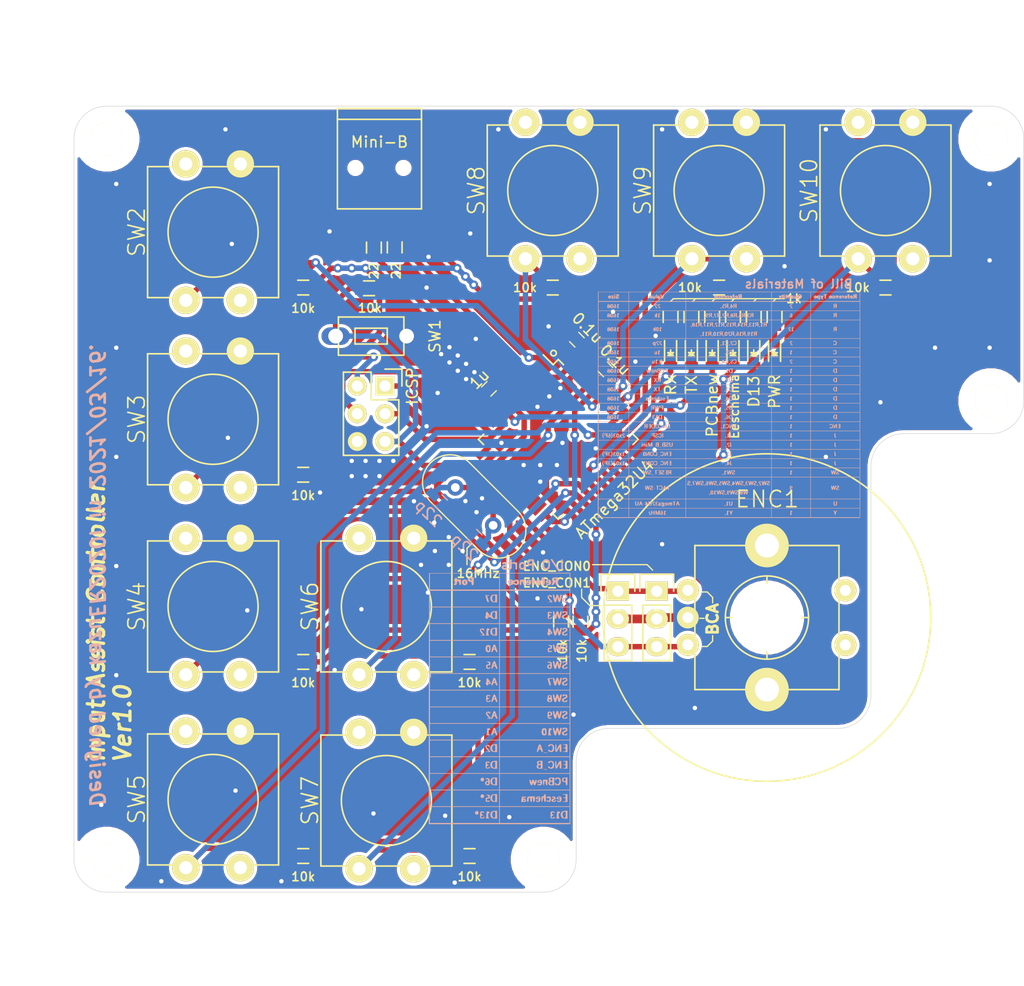
<source format=kicad_pcb>
(kicad_pcb (version 20171130) (host pcbnew "(5.1.2)-2")
  (layers (0 F.Cu signal) (31 B.Cu signal) (34 B.Paste user) (35 F.Paste user) (36 B.SilkS user) (37 F.SilkS user) (38 B.Mask user) (39 F.Mask user) (44 Edge.Cuts user))
  (net 0 "")
  (net 1 "Net-(C1-Pad2)")
  (net 2 GND)
  (net 3 "Net-(C2-Pad2)")
  (net 4 "Net-(C3-Pad2)")
  (net 5 +5V)
  (net 6 "Net-(C5-Pad1)")
  (net 7 "Net-(D1-Pad2)")
  (net 8 /D6*)
  (net 9 /RXLED)
  (net 10 "Net-(D2-Pad2)")
  (net 11 "Net-(D3-Pad2)")
  (net 12 /TXLED)
  (net 13 /D5*)
  (net 14 "Net-(D4-Pad2)")
  (net 15 "Net-(D5-Pad2)")
  (net 16 /D13*)
  (net 17 "Net-(D6-Pad2)")
  (net 18 "Net-(ENC1-Pad4)")
  (net 19 "Net-(ENC1-Pad5)")
  (net 20 /D3)
  (net 21 /D2)
  (net 22 /MISO)
  (net 23 /SCK)
  (net 24 /MOSI)
  (net 25 /~RESET)
  (net 26 "Net-(J2-Pad2)")
  (net 27 "Net-(J2-Pad3)")
  (net 28 "Net-(J2-Pad4)")
  (net 29 "Net-(R4-Pad1)")
  (net 30 "Net-(R5-Pad1)")
  (net 31 /D7)
  (net 32 /D4)
  (net 33 /D12)
  (net 34 /A0)
  (net 35 /A5)
  (net 36 /A4)
  (net 37 /A3)
  (net 38 /A2)
  (net 39 /A1)
  (net 40 "Net-(SW2-Pad2)")
  (net 41 "Net-(SW2-Pad3)")
  (net 42 "Net-(SW3-Pad2)")
  (net 43 "Net-(SW3-Pad3)")
  (net 44 "Net-(SW4-Pad2)")
  (net 45 "Net-(SW4-Pad3)")
  (net 46 "Net-(SW5-Pad3)")
  (net 47 "Net-(SW5-Pad2)")
  (net 48 "Net-(SW6-Pad2)")
  (net 49 "Net-(SW6-Pad3)")
  (net 50 "Net-(SW7-Pad3)")
  (net 51 "Net-(SW7-Pad2)")
  (net 52 "Net-(SW8-Pad2)")
  (net 53 "Net-(SW8-Pad3)")
  (net 54 "Net-(SW9-Pad3)")
  (net 55 "Net-(SW9-Pad2)")
  (net 56 "Net-(SW10-Pad3)")
  (net 57 "Net-(SW10-Pad2)")
  (net 58 /D11*)
  (net 59 "/D0(RX)")
  (net 60 "/D1(TX)")
  (net 61 /D8)
  (net 62 /D9*)
  (net 63 /D10*)
  (module logos:fic2_table2 (layer B.Cu) (at 132.7658 112.014 180)
    (fp_text reference G*** hide)
    (fp_text value LOGO hide)
  )
  (module logos:fic2_table (layer B.Cu) (at 153.797 85.09 180)
    (fp_text reference G*** hide)
    (fp_text value LOGO hide)
  )
  (module CQs:ENCODER-PEC12R (layer F.Cu) (at 157.289 104.5718 270)
    (fp_text reference ENC1 (at -10.846 -0.024 180) (layer F.SilkS) (effects (font (size 1.5 1.5))))
    (fp_text value ENCODER hide)
    (pad 4 thru_hole circle (at -2.484 -7.186 270) (size 2 2) (drill 1) (layers *.Cu *.Mask F.SilkS) (net 18 "Net-(ENC1-Pad4)"))
    (pad 5 thru_hole circle (at 2.516 -7.186 270) (size 2 2) (drill 1) (layers *.Cu *.Mask F.SilkS) (net 19 "Net-(ENC1-Pad5)"))
    (pad 3 thru_hole circle (at 2.5 7.25 270) (size 2 2) (drill 1) (layers *.Cu *.Mask F.SilkS) (net 20 /D3))
    (pad 1 thru_hole circle (at -2.5 7.25 270) (size 2 2) (drill 1) (layers *.Cu *.Mask F.SilkS) (net 21 /D2))
    (pad 2 thru_hole circle (at 0 7.25 270) (size 2 2) (drill 1) (layers *.Cu *.Mask F.SilkS) (net 2 GND))
    (pad 7 thru_hole circle (at 6.6 0 270) (size 4 4) (drill 2.2) (layers *.Cu *.Mask F.SilkS) (net 2 GND))
    (pad 6 thru_hole circle (at -6.6 0 270) (size 4 4) (drill 2.2) (layers *.Cu *.Mask F.SilkS) (net 2 GND))
    (pad "" np_thru_hole circle (at 0 0 270) (size 6.2 6.2) (drill 6.2) (layers *.Cu *.Mask F.SilkS))
  )
  (module Mizz:LED_0603 (layer F.Cu) (at 148.463 80.3058 270)
    (fp_text reference D2 hide)
    (fp_text value RX (at 2.93 0 270) (layer F.SilkS))
    (pad 2 smd rect (at -0.88 0 90) (size 1 1.2) (layers F.Cu F.Paste F.Mask) (net 10 "Net-(D2-Pad2)"))
    (pad 1 smd rect (at 0.88 0 90) (size 1 1.2) (layers F.Cu F.Paste F.Mask) (net 9 /RXLED))
  )
  (module Mizz:LED_0603 (layer F.Cu) (at 150.368 80.3058 270)
    (fp_text reference D3 hide)
    (fp_text value TX (at 2.93 0 270) (layer F.SilkS))
    (pad 1 smd rect (at 0.88 0 90) (size 1 1.2) (layers F.Cu F.Paste F.Mask) (net 12 /TXLED))
    (pad 2 smd rect (at -0.88 0 90) (size 1 1.2) (layers F.Cu F.Paste F.Mask) (net 11 "Net-(D3-Pad2)"))
  )
  (module Mizz:LED_0603 (layer F.Cu) (at 152.273 80.3058 270)
    (fp_text reference D1 hide)
    (fp_text value PCBnew (at 4.835 0 270) (layer F.SilkS))
    (pad 1 smd rect (at 0.88 0 90) (size 1 1.2) (layers F.Cu F.Paste F.Mask) (net 8 /D6*))
    (pad 2 smd rect (at -0.88 0 90) (size 1 1.2) (layers F.Cu F.Paste F.Mask) (net 7 "Net-(D1-Pad2)"))
  )
  (module Mizz:LED_0603 (layer F.Cu) (at 154.178 80.3058 270)
    (fp_text reference D4 hide)
    (fp_text value Eeschema (at 4.92 -0.135 270) (layer F.SilkS) (effects (font (size 0.8 0.8))))
    (pad 2 smd rect (at -0.88 0 90) (size 1 1.2) (layers F.Cu F.Paste F.Mask) (net 14 "Net-(D4-Pad2)"))
    (pad 1 smd rect (at 0.88 0 90) (size 1 1.2) (layers F.Cu F.Paste F.Mask) (net 13 /D5*))
  )
  (module Mizz:LED_0603 (layer F.Cu) (at 156.083 80.3058 270)
    (fp_text reference D6 hide)
    (fp_text value D13 (at 3.565 0 270) (layer F.SilkS))
    (pad 2 smd rect (at -0.88 0 90) (size 1 1.2) (layers F.Cu F.Paste F.Mask) (net 17 "Net-(D6-Pad2)"))
    (pad 1 smd rect (at 0.88 0 90) (size 1 1.2) (layers F.Cu F.Paste F.Mask) (net 16 /D13*))
  )
  (module Mizz:LED_0603 (layer F.Cu) (at 157.988 80.3058 270)
    (fp_text reference D5 hide)
    (fp_text value PWR (at 3.565 0 270) (layer F.SilkS))
    (pad 1 smd rect (at 0.88 0 90) (size 1 1.2) (layers F.Cu F.Paste F.Mask) (net 2 GND))
    (pad 2 smd rect (at -0.88 0 90) (size 1 1.2) (layers F.Cu F.Paste F.Mask) (net 15 "Net-(D5-Pad2)"))
  )
  (module .pretty:TVBP06-B043CW-B (layer F.Cu) (at 121.031 78.7908 90)
    (fp_text reference SW1 (at 0 5.842 90) (layer F.SilkS))
    (fp_text value RESET_SW)
    (pad 1 thru_hole oval (at 0 -3.25 90) (size 1.6 2.6) (drill 1.35) (layers *.Cu *.Mask) (net 25 /~RESET))
    (pad 2 thru_hole oval (at 0 3.25 90) (size 1.6 2.6) (drill 1.35) (layers *.Cu *.Mask) (net 2 GND))
  )
  (module _local_TMD:Z_MountHole_M3 (layer F.Cu) (at 177.813 84.7258)
    (fp_text reference REF** hide)
    (fp_text value MountHole_M3 hide)
    (pad "" np_thru_hole circle (at 0 0) (size 3 3) (drill 3) (layers *.Cu *.Mask F.SilkS) (clearance 1.5))
  )
  (module _local_TMD:Z_MountHole_M3 (layer F.Cu) (at 177.813 60.7258)
    (fp_text reference REF** hide)
    (fp_text value MountHole_M3 hide)
    (pad "" np_thru_hole circle (at 0 0) (size 3 3) (drill 3) (layers *.Cu *.Mask F.SilkS) (clearance 1.5))
  )
  (module _local_TMD:Z_MountHole_M3 (layer F.Cu) (at 96.813 60.7258)
    (fp_text reference REF** hide)
    (fp_text value MountHole_M3 hide)
    (pad "" np_thru_hole circle (at 0 0) (size 3 3) (drill 3) (layers *.Cu *.Mask F.SilkS) (clearance 1.5))
  )
  (module _local_TMD:Z_MountHole_M3 (layer F.Cu) (at 96.813 126.7258)
    (fp_text reference REF** hide)
    (fp_text value MountHole_M3 hide)
    (pad "" np_thru_hole circle (at 0 0) (size 3 3) (drill 3) (layers *.Cu *.Mask F.SilkS) (clearance 1.5))
  )
  (module _local_TMD:Z_MountHole_M3 (layer F.Cu) (at 136.813 126.7258)
    (fp_text reference REF** hide)
    (fp_text value MountHole_M3 hide)
    (pad "" np_thru_hole circle (at 0 0) (size 3 3) (drill 3) (layers *.Cu *.Mask F.SilkS) (clearance 1.5))
  )
  (module CQs:AKIZUKI-TACT (layer F.Cu) (at 168.148 65.4558)
    (fp_text reference SW10 (at -7 0 90) (layer F.SilkS) (effects (font (size 1.5 1.5))))
    (fp_text value TACT-SW hide)
    (pad 2 thru_hole circle (at -2.5 -6.25) (size 2.5 2.5) (drill 1.2) (layers *.Cu *.Mask F.SilkS) (net 57 "Net-(SW10-Pad2)"))
    (pad 4 thru_hole circle (at 2.5 -6.25) (size 2.5 2.5) (drill 1.2) (layers *.Cu *.Mask F.SilkS) (net 2 GND))
    (pad 1 thru_hole circle (at -2.5 6.25) (size 2.5 2.5) (drill 1.2) (layers *.Cu *.Mask F.SilkS) (net 39 /A1))
    (pad 3 thru_hole circle (at 2.5 6.25) (size 2.5 2.5) (drill 1.2) (layers *.Cu *.Mask F.SilkS) (net 56 "Net-(SW10-Pad3)"))
  )
  (module Mizz:USB_Mini-B (layer F.Cu) (at 121.793 62.5348 270)
    (fp_text reference Mini-B (at -1.524 0 180) (layer F.SilkS))
    (fp_text value USB_B_Mini)
    (pad "" np_thru_hole circle (at 0.8509 2.19964 270) (size 0.89916 0.89916) (drill 0.89916) (layers *.Cu *.Mask F.SilkS))
    (pad "" np_thru_hole circle (at 0.8509 -2.19964 270) (size 0.89916 0.89916) (drill 0.89916) (layers *.Cu *.Mask F.SilkS))
    (pad 6 smd rect (at -2.14884 4.45008 270) (size 2.49936 1.99898) (layers F.Cu F.Paste F.Mask) (net 2 GND))
    (pad 6 smd rect (at 3.35026 4.45008 270) (size 2.49936 1.99898) (layers F.Cu F.Paste F.Mask) (net 2 GND))
    (pad 6 smd rect (at -2.14884 -4.45008 270) (size 2.49936 1.99898) (layers F.Cu F.Paste F.Mask) (net 2 GND))
    (pad 6 smd rect (at 3.35026 -4.45008 270) (size 2.49936 1.99898) (layers F.Cu F.Paste F.Mask) (net 2 GND))
    (pad 5 smd rect (at 3.44932 1.6002 270) (size 2.30124 0.50038) (layers F.Cu F.Paste F.Mask) (net 2 GND))
    (pad 4 smd rect (at 3.44932 0.8001 270) (size 2.30124 0.50038) (layers F.Cu F.Paste F.Mask) (net 28 "Net-(J2-Pad4)"))
    (pad 3 smd rect (at 3.44932 0 270) (size 2.30124 0.50038) (layers F.Cu F.Paste F.Mask) (net 27 "Net-(J2-Pad3)"))
    (pad 2 smd rect (at 3.44932 -0.8001 270) (size 2.30124 0.50038) (layers F.Cu F.Paste F.Mask) (net 26 "Net-(J2-Pad2)"))
    (pad 1 smd rect (at 3.44932 -1.6002 270) (size 2.30124 0.50038) (layers F.Cu F.Paste F.Mask) (net 5 +5V))
  )
  (module Capacitors_SMD_:C_0603_HandSoldering (layer B.Cu) (at 130.519 97.1688 315)
    (fp_text reference 22p (at 0.016405 1.329078 315) (layer B.SilkS) (effects (justify mirror)))
    (fp_text value 22p)
    (pad 1 smd rect (at -0.95 0 315) (size 1.2 0.75) (layers B.Cu B.Paste B.Mask) (net 2 GND))
    (pad 2 smd rect (at 0.95 0 315) (size 1.2 0.75) (layers B.Cu B.Paste B.Mask) (net 1 "Net-(C1-Pad2)"))
  )
  (module Capacitors_SMD_:C_0603_HandSoldering (layer B.Cu) (at 127.3442 93.9938 135)
    (fp_text reference 22p (at 0.019658 -1.472903 315) (layer B.SilkS) (effects (justify mirror)))
    (fp_text value 22p)
    (pad 1 smd rect (at -0.95 0 135) (size 1.2 0.75) (layers B.Cu B.Paste B.Mask) (net 2 GND))
    (pad 2 smd rect (at 0.95 0 135) (size 1.2 0.75) (layers B.Cu B.Paste B.Mask) (net 3 "Net-(C2-Pad2)"))
  )
  (module Capacitors_SMD_:C_0603_HandSoldering (layer F.Cu) (at 131.826 83.6168 45)
    (fp_text reference 1u (at 0 -1.249999 45) (layer F.SilkS))
    (fp_text value 1u)
    (pad 1 smd rect (at -0.95 0 45) (size 1.2 0.75) (layers F.Cu F.Paste F.Mask) (net 2 GND))
    (pad 2 smd rect (at 0.95 0 45) (size 1.2 0.75) (layers F.Cu F.Paste F.Mask) (net 4 "Net-(C3-Pad2)"))
  )
  (module Capacitors_SMD_:C_0603_HandSoldering (layer F.Cu) (at 139.8778 79.121 135)
    (fp_text reference 0.1u (at 0.089803 1.454801 135) (layer F.SilkS))
    (fp_text value 0.1u)
    (pad 2 smd rect (at 0.95 0 135) (size 1.2 0.75) (layers F.Cu F.Paste F.Mask) (net 5 +5V))
    (pad 1 smd rect (at -0.95 0 135) (size 1.2 0.75) (layers F.Cu F.Paste F.Mask) (net 2 GND))
  )
  (module Capacitors_SMD_:C_0603_HandSoldering (layer F.Cu) (at 142.494 81.8388 315)
    (fp_text reference 0.1u (at 0 -1.249999 135) (layer F.SilkS))
    (fp_text value 0.1u)
    (pad 2 smd rect (at 0.95 0 315) (size 1.2 0.75) (layers F.Cu F.Paste F.Mask) (net 2 GND))
    (pad 1 smd rect (at -0.95 0 315) (size 1.2 0.75) (layers F.Cu F.Paste F.Mask) (net 6 "Net-(C5-Pad1)"))
  )
  (module _local_TMD:X_Socket_Strip_Straight_2x03 (layer F.Cu) (at 122.301 83.3628 270)
    (fp_text reference ICSP (at 0 -2.5 90) (layer F.SilkS))
    (fp_text value ICSP)
    (pad 1 thru_hole rect (at 0 0 270) (size 1.7272 1.7272) (drill 1.016) (layers *.Cu *.Mask F.SilkS) (net 22 /MISO))
    (pad 2 thru_hole oval (at 0 2.54 270) (size 1.7272 1.7272) (drill 1.016) (layers *.Cu *.Mask F.SilkS) (net 5 +5V))
    (pad 3 thru_hole oval (at 2.54 0 270) (size 1.7272 1.7272) (drill 1.016) (layers *.Cu *.Mask F.SilkS) (net 23 /SCK))
    (pad 4 thru_hole oval (at 2.54 2.54 270) (size 1.7272 1.7272) (drill 1.016) (layers *.Cu *.Mask F.SilkS) (net 24 /MOSI))
    (pad 5 thru_hole oval (at 5.08 0 270) (size 1.7272 1.7272) (drill 1.016) (layers *.Cu *.Mask F.SilkS) (net 25 /~RESET))
    (pad 6 thru_hole oval (at 5.08 2.54 270) (size 1.7272 1.7272) (drill 1.016) (layers *.Cu *.Mask F.SilkS) (net 2 GND))
  )
  (module _local_TMD:X_Pin_Header_Straight_1x03 (layer F.Cu) (at 147.193 102.1588)
    (fp_text reference ENC_CON0 (at -9.148 -2.286) (layer F.SilkS) (effects (font (size 0.8 0.8))))
    (fp_text value ENC_CON0)
    (pad 1 thru_hole rect (at 0 0) (size 2.032 1.7272) (drill 1.016) (layers *.Cu *.Mask F.SilkS) (net 21 /D2))
    (pad 2 thru_hole oval (at 0 2.54) (size 2.032 1.7272) (drill 1.016) (layers *.Cu *.Mask F.SilkS) (net 2 GND))
    (pad 3 thru_hole oval (at 0 5.08) (size 2.032 1.7272) (drill 1.016) (layers *.Cu *.Mask F.SilkS) (net 20 /D3))
  )
  (module _local_TMD:X_Pin_Header_Straight_1x03 (layer F.Cu) (at 143.637 102.1588)
    (fp_text reference ENC_CON1 (at -5.592 -0.762) (layer F.SilkS) (effects (font (size 0.8 0.8))))
    (fp_text value ENC_CON1)
    (pad 3 thru_hole oval (at 0 5.08) (size 2.032 1.7272) (drill 1.016) (layers *.Cu *.Mask F.SilkS) (net 20 /D3))
    (pad 2 thru_hole oval (at 0 2.54) (size 2.032 1.7272) (drill 1.016) (layers *.Cu *.Mask F.SilkS) (net 2 GND))
    (pad 1 thru_hole rect (at 0 0) (size 2.032 1.7272) (drill 1.016) (layers *.Cu *.Mask F.SilkS) (net 21 /D2))
  )
  (module Mizz:R_0603 (layer F.Cu) (at 120.8405 74.4093 180)
    (fp_text reference R1 hide)
    (fp_text value 10k (at -0.0725 -1.8165) (layer F.SilkS) (effects (font (size 0.8 0.8))))
    (pad 2 smd rect (at 0.78 0 180) (size 1 1.2) (layers F.Cu F.Paste F.Mask) (net 25 /~RESET))
    (pad 1 smd rect (at -0.78 0 180) (size 1 1.2) (layers F.Cu F.Paste F.Mask) (net 5 +5V))
  )
  (module Mizz:R_0603 (layer F.Cu) (at 152.273 77.0308 90)
    (fp_text reference R2 hide)
    (fp_text value 1k hide)
    (pad 1 smd rect (at -0.78 0 90) (size 1 1.2) (layers F.Cu F.Paste F.Mask) (net 7 "Net-(D1-Pad2)"))
    (pad 2 smd rect (at 0.78 0 90) (size 1 1.2) (layers F.Cu F.Paste F.Mask) (net 5 +5V))
  )
  (module Mizz:R_0603 (layer F.Cu) (at 148.463 77.0308 90)
    (fp_text reference R3 hide)
    (fp_text value 1k hide)
    (pad 2 smd rect (at 0.78 0 90) (size 1 1.2) (layers F.Cu F.Paste F.Mask) (net 5 +5V))
    (pad 1 smd rect (at -0.78 0 90) (size 1 1.2) (layers F.Cu F.Paste F.Mask) (net 10 "Net-(D2-Pad2)"))
  )
  (module Mizz:R_0603 (layer F.Cu) (at 121.285 70.6808 90)
    (fp_text reference R4 hide)
    (fp_text value 22 (at -2.141 0 90) (layer F.SilkS) (effects (font (size 0.8 0.8))))
    (pad 1 smd rect (at -0.78 0 90) (size 1 1.2) (layers F.Cu F.Paste F.Mask) (net 29 "Net-(R4-Pad1)"))
    (pad 2 smd rect (at 0.78 0 90) (size 1 1.2) (layers F.Cu F.Paste F.Mask) (net 27 "Net-(J2-Pad3)"))
  )
  (module Mizz:R_0603 (layer F.Cu) (at 123.19 70.6628 90)
    (fp_text reference R5 hide)
    (fp_text value 22 (at -2.159 0.127 90) (layer F.SilkS) (effects (font (size 0.8 0.8))))
    (pad 2 smd rect (at 0.78 0 90) (size 1 1.2) (layers F.Cu F.Paste F.Mask) (net 26 "Net-(J2-Pad2)"))
    (pad 1 smd rect (at -0.78 0 90) (size 1 1.2) (layers F.Cu F.Paste F.Mask) (net 30 "Net-(R5-Pad1)"))
  )
  (module Mizz:R_0603 (layer F.Cu) (at 150.373 77.0358 90)
    (fp_text reference R6 hide)
    (fp_text value 1k hide)
    (pad 2 smd rect (at 0.78 0 90) (size 1 1.2) (layers F.Cu F.Paste F.Mask) (net 5 +5V))
    (pad 1 smd rect (at -0.78 0 90) (size 1 1.2) (layers F.Cu F.Paste F.Mask) (net 11 "Net-(D3-Pad2)"))
  )
  (module Mizz:R_0603 (layer F.Cu) (at 154.178 77.0308 90)
    (fp_text reference R7 hide)
    (fp_text value 1k hide)
    (pad 1 smd rect (at -0.78 0 90) (size 1 1.2) (layers F.Cu F.Paste F.Mask) (net 14 "Net-(D4-Pad2)"))
    (pad 2 smd rect (at 0.78 0 90) (size 1 1.2) (layers F.Cu F.Paste F.Mask) (net 5 +5V))
  )
  (module Mizz:R_0603 (layer F.Cu) (at 157.988 77.0308 90)
    (fp_text reference R8 hide)
    (fp_text value 1k (at 1.669 1.778 180) (layer F.SilkS) (effects (font (size 0.8 0.8))))
    (pad 2 smd rect (at 0.78 0 90) (size 1 1.2) (layers F.Cu F.Paste F.Mask) (net 5 +5V))
    (pad 1 smd rect (at -0.78 0 90) (size 1 1.2) (layers F.Cu F.Paste F.Mask) (net 15 "Net-(D5-Pad2)"))
  )
  (module Mizz:R_0603 (layer F.Cu) (at 156.083 77.0308 90)
    (fp_text reference R9 hide)
    (fp_text value 1k hide)
    (pad 1 smd rect (at -0.78 0 90) (size 1 1.2) (layers F.Cu F.Paste F.Mask) (net 17 "Net-(D6-Pad2)"))
    (pad 2 smd rect (at 0.78 0 90) (size 1 1.2) (layers F.Cu F.Paste F.Mask) (net 5 +5V))
  )
  (module Mizz:R_0603 (layer F.Cu) (at 138.43 104.9348 270)
    (fp_text reference R10 hide)
    (fp_text value 10k (at 2.685 -0.127 90) (layer F.SilkS) (effects (font (size 0.8 0.8))))
    (pad 1 smd rect (at -0.78 0 270) (size 1 1.2) (layers F.Cu F.Paste F.Mask) (net 20 /D3))
    (pad 2 smd rect (at 0.78 0 270) (size 1 1.2) (layers F.Cu F.Paste F.Mask) (net 5 +5V))
  )
  (module Mizz:R_0603 (layer F.Cu) (at 140.208 104.9528 270)
    (fp_text reference R11 hide)
    (fp_text value 10k (at 2.667 -0.127 270) (layer F.SilkS) (effects (font (size 0.8 0.8))))
    (pad 2 smd rect (at 0.78 0 270) (size 1 1.2) (layers F.Cu F.Paste F.Mask) (net 5 +5V))
    (pad 1 smd rect (at -0.78 0 270) (size 1 1.2) (layers F.Cu F.Paste F.Mask) (net 21 /D2))
  )
  (module Mizz:R_0603 (layer F.Cu) (at 114.808 74.3458)
    (fp_text reference R12 hide)
    (fp_text value 10k (at 0 1.9) (layer F.SilkS) (effects (font (size 0.8 0.8))))
    (pad 2 smd rect (at 0.78 0) (size 1 1.2) (layers F.Cu F.Paste F.Mask) (net 5 +5V))
    (pad 1 smd rect (at -0.78 0) (size 1 1.2) (layers F.Cu F.Paste F.Mask) (net 31 /D7))
  )
  (module Mizz:R_0603 (layer F.Cu) (at 114.808 91.4908)
    (fp_text reference R13 hide)
    (fp_text value 10k (at 0 1.9) (layer F.SilkS) (effects (font (size 0.8 0.8))))
    (pad 2 smd rect (at 0.78 0) (size 1 1.2) (layers F.Cu F.Paste F.Mask) (net 5 +5V))
    (pad 1 smd rect (at -0.78 0) (size 1 1.2) (layers F.Cu F.Paste F.Mask) (net 32 /D4))
  )
  (module Mizz:R_0603 (layer F.Cu) (at 114.808 108.6358)
    (fp_text reference R14 hide)
    (fp_text value 10k (at 0 1.9) (layer F.SilkS) (effects (font (size 0.8 0.8))))
    (pad 1 smd rect (at -0.78 0) (size 1 1.2) (layers F.Cu F.Paste F.Mask) (net 33 /D12))
    (pad 2 smd rect (at 0.78 0) (size 1 1.2) (layers F.Cu F.Paste F.Mask) (net 5 +5V))
  )
  (module Mizz:R_0603 (layer F.Cu) (at 114.808 126.4158)
    (fp_text reference R15 hide)
    (fp_text value 10k (at 0 1.9) (layer F.SilkS) (effects (font (size 0.8 0.8))))
    (pad 1 smd rect (at -0.78 0) (size 1 1.2) (layers F.Cu F.Paste F.Mask) (net 34 /A0))
    (pad 2 smd rect (at 0.78 0) (size 1 1.2) (layers F.Cu F.Paste F.Mask) (net 5 +5V))
  )
  (module Mizz:R_0603 (layer F.Cu) (at 130.048 108.6358)
    (fp_text reference R16 hide)
    (fp_text value 10k (at 0 1.9) (layer F.SilkS) (effects (font (size 0.8 0.8))))
    (pad 2 smd rect (at 0.78 0) (size 1 1.2) (layers F.Cu F.Paste F.Mask) (net 5 +5V))
    (pad 1 smd rect (at -0.78 0) (size 1 1.2) (layers F.Cu F.Paste F.Mask) (net 35 /A5))
  )
  (module Mizz:R_0603 (layer F.Cu) (at 130.048 126.4158)
    (fp_text reference R17 hide)
    (fp_text value 10k (at 0 1.9) (layer F.SilkS) (effects (font (size 0.8 0.8))))
    (pad 2 smd rect (at 0.78 0) (size 1 1.2) (layers F.Cu F.Paste F.Mask) (net 5 +5V))
    (pad 1 smd rect (at -0.78 0) (size 1 1.2) (layers F.Cu F.Paste F.Mask) (net 36 /A4))
  )
  (module Mizz:R_0603 (layer F.Cu) (at 137.668 74.3458)
    (fp_text reference R18 hide)
    (fp_text value 10k (at -2.54 0) (layer F.SilkS) (effects (font (size 0.8 0.8))))
    (pad 1 smd rect (at -0.78 0) (size 1 1.2) (layers F.Cu F.Paste F.Mask) (net 37 /A3))
    (pad 2 smd rect (at 0.78 0) (size 1 1.2) (layers F.Cu F.Paste F.Mask) (net 5 +5V))
  )
  (module Mizz:R_0603 (layer F.Cu) (at 152.908 74.3458 180)
    (fp_text reference R19 hide)
    (fp_text value 10k (at 2.667 0) (layer F.SilkS) (effects (font (size 0.8 0.8))))
    (pad 1 smd rect (at -0.78 0 180) (size 1 1.2) (layers F.Cu F.Paste F.Mask) (net 38 /A2))
    (pad 2 smd rect (at 0.78 0 180) (size 1 1.2) (layers F.Cu F.Paste F.Mask) (net 5 +5V))
  )
  (module Mizz:R_0603 (layer F.Cu) (at 168.148 74.3458)
    (fp_text reference R20 hide)
    (fp_text value 10k (at -2.54 0) (layer F.SilkS) (effects (font (size 0.8 0.8))))
    (pad 1 smd rect (at -0.78 0) (size 1 1.2) (layers F.Cu F.Paste F.Mask) (net 39 /A1))
    (pad 2 smd rect (at 0.78 0) (size 1 1.2) (layers F.Cu F.Paste F.Mask) (net 5 +5V))
  )
  (module CQs:AKIZUKI-TACT (layer F.Cu) (at 106.553 69.2658)
    (fp_text reference SW2 (at -7 0 90) (layer F.SilkS) (effects (font (size 1.5 1.5))))
    (fp_text value TACT-SW hide)
    (pad 3 thru_hole circle (at 2.5 6.25) (size 2.5 2.5) (drill 1.2) (layers *.Cu *.Mask F.SilkS) (net 41 "Net-(SW2-Pad3)"))
    (pad 1 thru_hole circle (at -2.5 6.25) (size 2.5 2.5) (drill 1.2) (layers *.Cu *.Mask F.SilkS) (net 31 /D7))
    (pad 4 thru_hole circle (at 2.5 -6.25) (size 2.5 2.5) (drill 1.2) (layers *.Cu *.Mask F.SilkS) (net 2 GND))
    (pad 2 thru_hole circle (at -2.5 -6.25) (size 2.5 2.5) (drill 1.2) (layers *.Cu *.Mask F.SilkS) (net 40 "Net-(SW2-Pad2)"))
  )
  (module CQs:AKIZUKI-TACT (layer F.Cu) (at 106.553 86.4108)
    (fp_text reference SW3 (at -7 0 90) (layer F.SilkS) (effects (font (size 1.5 1.5))))
    (fp_text value TACT-SW hide)
    (pad 2 thru_hole circle (at -2.5 -6.25) (size 2.5 2.5) (drill 1.2) (layers *.Cu *.Mask F.SilkS) (net 42 "Net-(SW3-Pad2)"))
    (pad 4 thru_hole circle (at 2.5 -6.25) (size 2.5 2.5) (drill 1.2) (layers *.Cu *.Mask F.SilkS) (net 2 GND))
    (pad 1 thru_hole circle (at -2.5 6.25) (size 2.5 2.5) (drill 1.2) (layers *.Cu *.Mask F.SilkS) (net 32 /D4))
    (pad 3 thru_hole circle (at 2.5 6.25) (size 2.5 2.5) (drill 1.2) (layers *.Cu *.Mask F.SilkS) (net 43 "Net-(SW3-Pad3)"))
  )
  (module CQs:AKIZUKI-TACT (layer F.Cu) (at 106.553 103.5558)
    (fp_text reference SW4 (at -7 0 90) (layer F.SilkS) (effects (font (size 1.5 1.5))))
    (fp_text value TACT-SW hide)
    (pad 3 thru_hole circle (at 2.5 6.25) (size 2.5 2.5) (drill 1.2) (layers *.Cu *.Mask F.SilkS) (net 45 "Net-(SW4-Pad3)"))
    (pad 1 thru_hole circle (at -2.5 6.25) (size 2.5 2.5) (drill 1.2) (layers *.Cu *.Mask F.SilkS) (net 33 /D12))
    (pad 4 thru_hole circle (at 2.5 -6.25) (size 2.5 2.5) (drill 1.2) (layers *.Cu *.Mask F.SilkS) (net 2 GND))
    (pad 2 thru_hole circle (at -2.5 -6.25) (size 2.5 2.5) (drill 1.2) (layers *.Cu *.Mask F.SilkS) (net 44 "Net-(SW4-Pad2)"))
  )
  (module CQs:AKIZUKI-TACT (layer F.Cu) (at 106.553 121.2358)
    (fp_text reference SW5 (at -7 0 90) (layer F.SilkS) (effects (font (size 1.5 1.5))))
    (fp_text value TACT-SW hide)
    (pad 2 thru_hole circle (at -2.5 -6.25) (size 2.5 2.5) (drill 1.2) (layers *.Cu *.Mask F.SilkS) (net 47 "Net-(SW5-Pad2)"))
    (pad 4 thru_hole circle (at 2.5 -6.25) (size 2.5 2.5) (drill 1.2) (layers *.Cu *.Mask F.SilkS) (net 2 GND))
    (pad 1 thru_hole circle (at -2.5 6.25) (size 2.5 2.5) (drill 1.2) (layers *.Cu *.Mask F.SilkS) (net 34 /A0))
    (pad 3 thru_hole circle (at 2.5 6.25) (size 2.5 2.5) (drill 1.2) (layers *.Cu *.Mask F.SilkS) (net 46 "Net-(SW5-Pad3)"))
  )
  (module CQs:AKIZUKI-TACT (layer F.Cu) (at 122.428 103.5558)
    (fp_text reference SW6 (at -7 0 90) (layer F.SilkS) (effects (font (size 1.5 1.5))))
    (fp_text value TACT-SW hide)
    (pad 3 thru_hole circle (at 2.5 6.25) (size 2.5 2.5) (drill 1.2) (layers *.Cu *.Mask F.SilkS) (net 49 "Net-(SW6-Pad3)"))
    (pad 1 thru_hole circle (at -2.5 6.25) (size 2.5 2.5) (drill 1.2) (layers *.Cu *.Mask F.SilkS) (net 35 /A5))
    (pad 4 thru_hole circle (at 2.5 -6.25) (size 2.5 2.5) (drill 1.2) (layers *.Cu *.Mask F.SilkS) (net 2 GND))
    (pad 2 thru_hole circle (at -2.5 -6.25) (size 2.5 2.5) (drill 1.2) (layers *.Cu *.Mask F.SilkS) (net 48 "Net-(SW6-Pad2)"))
  )
  (module CQs:AKIZUKI-TACT (layer F.Cu) (at 122.428 121.3358)
    (fp_text reference SW7 (at -7 0 90) (layer F.SilkS) (effects (font (size 1.5 1.5))))
    (fp_text value TACT-SW hide)
    (pad 2 thru_hole circle (at -2.5 -6.25) (size 2.5 2.5) (drill 1.2) (layers *.Cu *.Mask F.SilkS) (net 51 "Net-(SW7-Pad2)"))
    (pad 4 thru_hole circle (at 2.5 -6.25) (size 2.5 2.5) (drill 1.2) (layers *.Cu *.Mask F.SilkS) (net 2 GND))
    (pad 1 thru_hole circle (at -2.5 6.25) (size 2.5 2.5) (drill 1.2) (layers *.Cu *.Mask F.SilkS) (net 36 /A4))
    (pad 3 thru_hole circle (at 2.5 6.25) (size 2.5 2.5) (drill 1.2) (layers *.Cu *.Mask F.SilkS) (net 50 "Net-(SW7-Pad3)"))
  )
  (module CQs:AKIZUKI-TACT (layer F.Cu) (at 137.668 65.4558)
    (fp_text reference SW8 (at -7 0 90) (layer F.SilkS) (effects (font (size 1.5 1.5))))
    (fp_text value TACT-SW hide)
    (pad 3 thru_hole circle (at 2.5 6.25) (size 2.5 2.5) (drill 1.2) (layers *.Cu *.Mask F.SilkS) (net 53 "Net-(SW8-Pad3)"))
    (pad 1 thru_hole circle (at -2.5 6.25) (size 2.5 2.5) (drill 1.2) (layers *.Cu *.Mask F.SilkS) (net 37 /A3))
    (pad 4 thru_hole circle (at 2.5 -6.25) (size 2.5 2.5) (drill 1.2) (layers *.Cu *.Mask F.SilkS) (net 2 GND))
    (pad 2 thru_hole circle (at -2.5 -6.25) (size 2.5 2.5) (drill 1.2) (layers *.Cu *.Mask F.SilkS) (net 52 "Net-(SW8-Pad2)"))
  )
  (module CQs:AKIZUKI-TACT (layer F.Cu) (at 152.908 65.4558)
    (fp_text reference SW9 (at -7 0 90) (layer F.SilkS) (effects (font (size 1.5 1.5))))
    (fp_text value TACT-SW hide)
    (pad 2 thru_hole circle (at -2.5 -6.25) (size 2.5 2.5) (drill 1.2) (layers *.Cu *.Mask F.SilkS) (net 55 "Net-(SW9-Pad2)"))
    (pad 4 thru_hole circle (at 2.5 -6.25) (size 2.5 2.5) (drill 1.2) (layers *.Cu *.Mask F.SilkS) (net 2 GND))
    (pad 1 thru_hole circle (at -2.5 6.25) (size 2.5 2.5) (drill 1.2) (layers *.Cu *.Mask F.SilkS) (net 38 /A2))
    (pad 3 thru_hole circle (at 2.5 6.25) (size 2.5 2.5) (drill 1.2) (layers *.Cu *.Mask F.SilkS) (net 54 "Net-(SW9-Pad3)"))
  )
  (module _local_SMD:IC_TQFP-044_10x10mm_Pitch0.8mm (layer F.Cu) (at 138.176 88.2518 315)
    (fp_text reference ATmega32U4 (at 7.50311 0.238295 45) (layer F.SilkS))
    (fp_text value ATmega32U4-AU)
    (pad 1 smd rect (at -5.7 -4 315) (size 1.5 0.55) (layers F.Cu F.Paste F.Mask) (net 31 /D7))
    (pad 2 smd rect (at -5.7 -3.2 315) (size 1.5 0.55) (layers F.Cu F.Paste F.Mask) (net 5 +5V))
    (pad 3 smd rect (at -5.7 -2.4 315) (size 1.5 0.55) (layers F.Cu F.Paste F.Mask) (net 30 "Net-(R5-Pad1)"))
    (pad 4 smd rect (at -5.7 -1.6 315) (size 1.5 0.55) (layers F.Cu F.Paste F.Mask) (net 29 "Net-(R4-Pad1)"))
    (pad 5 smd rect (at -5.7 -0.8 315) (size 1.5 0.55) (layers F.Cu F.Paste F.Mask) (net 2 GND))
    (pad 6 smd rect (at -5.7 0 315) (size 1.5 0.55) (layers F.Cu F.Paste F.Mask) (net 4 "Net-(C3-Pad2)"))
    (pad 7 smd rect (at -5.7 0.8 315) (size 1.5 0.55) (layers F.Cu F.Paste F.Mask) (net 5 +5V))
    (pad 8 smd rect (at -5.7 1.6 315) (size 1.5 0.55) (layers F.Cu F.Paste F.Mask) (net 9 /RXLED))
    (pad 9 smd rect (at -5.7 2.4 315) (size 1.5 0.55) (layers F.Cu F.Paste F.Mask) (net 23 /SCK))
    (pad 10 smd rect (at -5.7 3.2 315) (size 1.5 0.55) (layers F.Cu F.Paste F.Mask) (net 24 /MOSI))
    (pad 11 smd rect (at -5.7 4 315) (size 1.5 0.55) (layers F.Cu F.Paste F.Mask) (net 22 /MISO))
    (pad 12 smd rect (at -4 5.7 45) (size 1.5 0.55) (layers F.Cu F.Paste F.Mask) (net 58 /D11*))
    (pad 13 smd rect (at -3.2 5.7 45) (size 1.5 0.55) (layers F.Cu F.Paste F.Mask) (net 25 /~RESET))
    (pad 14 smd rect (at -2.4 5.7 45) (size 1.5 0.55) (layers F.Cu F.Paste F.Mask) (net 5 +5V))
    (pad 15 smd rect (at -1.6 5.7 45) (size 1.5 0.55) (layers F.Cu F.Paste F.Mask) (net 2 GND))
    (pad 16 smd rect (at -0.8 5.7 45) (size 1.5 0.55) (layers F.Cu F.Paste F.Mask) (net 3 "Net-(C2-Pad2)"))
    (pad 17 smd rect (at 0 5.7 45) (size 1.5 0.55) (layers F.Cu F.Paste F.Mask) (net 1 "Net-(C1-Pad2)"))
    (pad 18 smd rect (at 0.8 5.7 45) (size 1.5 0.55) (layers F.Cu F.Paste F.Mask) (net 20 /D3))
    (pad 19 smd rect (at 1.6 5.7 45) (size 1.5 0.55) (layers F.Cu F.Paste F.Mask) (net 21 /D2))
    (pad 20 smd rect (at 2.4 5.7 45) (size 1.5 0.55) (layers F.Cu F.Paste F.Mask) (net 59 "/D0(RX)"))
    (pad 21 smd rect (at 3.2 5.7 45) (size 1.5 0.55) (layers F.Cu F.Paste F.Mask) (net 60 "/D1(TX)"))
    (pad 22 smd rect (at 4 5.7 45) (size 1.5 0.55) (layers F.Cu F.Paste F.Mask) (net 12 /TXLED))
    (pad 23 smd rect (at 5.7 4 315) (size 1.5 0.55) (layers F.Cu F.Paste F.Mask) (net 2 GND))
    (pad 24 smd rect (at 5.7 3.2 315) (size 1.5 0.55) (layers F.Cu F.Paste F.Mask) (net 5 +5V))
    (pad 25 smd rect (at 5.7 2.4 315) (size 1.5 0.55) (layers F.Cu F.Paste F.Mask) (net 32 /D4))
    (pad 26 smd rect (at 5.7 1.6 315) (size 1.5 0.55) (layers F.Cu F.Paste F.Mask) (net 33 /D12))
    (pad 27 smd rect (at 5.7 0.8 315) (size 1.5 0.55) (layers F.Cu F.Paste F.Mask) (net 8 /D6*))
    (pad 28 smd rect (at 5.7 0 315) (size 1.5 0.55) (layers F.Cu F.Paste F.Mask) (net 61 /D8))
    (pad 29 smd rect (at 5.7 -0.8 315) (size 1.5 0.55) (layers F.Cu F.Paste F.Mask) (net 62 /D9*))
    (pad 30 smd rect (at 5.7 -1.6 315) (size 1.5 0.55) (layers F.Cu F.Paste F.Mask) (net 63 /D10*))
    (pad 31 smd rect (at 5.7 -2.4 315) (size 1.5 0.55) (layers F.Cu F.Paste F.Mask) (net 13 /D5*))
    (pad 32 smd rect (at 5.7 -3.2 315) (size 1.5 0.55) (layers F.Cu F.Paste F.Mask) (net 16 /D13*))
    (pad 33 smd rect (at 5.7 -4 315) (size 1.5 0.55) (layers F.Cu F.Paste F.Mask) (net 2 GND))
    (pad 34 smd rect (at 4 -5.7 45) (size 1.5 0.55) (layers F.Cu F.Paste F.Mask) (net 5 +5V))
    (pad 35 smd rect (at 3.2 -5.7 45) (size 1.5 0.55) (layers F.Cu F.Paste F.Mask) (net 2 GND))
    (pad 36 smd rect (at 2.4 -5.7 45) (size 1.5 0.55) (layers F.Cu F.Paste F.Mask) (net 34 /A0))
    (pad 37 smd rect (at 1.6 -5.7 45) (size 1.5 0.55) (layers F.Cu F.Paste F.Mask) (net 39 /A1))
    (pad 38 smd rect (at 0.8 -5.7 45) (size 1.5 0.55) (layers F.Cu F.Paste F.Mask) (net 38 /A2))
    (pad 39 smd rect (at 0 -5.7 45) (size 1.5 0.55) (layers F.Cu F.Paste F.Mask) (net 37 /A3))
    (pad 40 smd rect (at -0.8 -5.7 45) (size 1.5 0.55) (layers F.Cu F.Paste F.Mask) (net 36 /A4))
    (pad 41 smd rect (at -1.6 -5.7 45) (size 1.5 0.55) (layers F.Cu F.Paste F.Mask) (net 35 /A5))
    (pad 42 smd rect (at -2.4 -5.7 45) (size 1.5 0.55) (layers F.Cu F.Paste F.Mask) (net 6 "Net-(C5-Pad1)"))
    (pad 43 smd rect (at -3.2 -5.7 45) (size 1.5 0.55) (layers F.Cu F.Paste F.Mask) (net 2 GND))
    (pad 44 smd rect (at -4 -5.7 45) (size 1.5 0.55) (layers F.Cu F.Paste F.Mask) (net 5 +5V))
  )
  (module Crystals_:Crystal_HC18-U_Vertical (layer F.Cu) (at 132.207 96.1258 135)
    (fp_text reference 16MHz (at -2.141402 -4.081137 180) (layer F.SilkS) (effects (font (size 0.8 0.8))))
    (fp_text value 16MHz)
    (pad 1 thru_hole circle (at 0 0 135) (size 1.5 1.5) (drill 0.8) (layers *.Cu *.Mask) (net 1 "Net-(C1-Pad2)"))
    (pad 2 thru_hole circle (at 4.9 0 135) (size 1.5 1.5) (drill 0.8) (layers *.Cu *.Mask) (net 3 "Net-(C2-Pad2)"))
  )
  (gr_text "Designed by kazuER2020i in 2021/03/16." (at 95.913 100.7258 270) (layer B.SilkS) (effects (font (size 1.3 1.3) (thickness 0.25) italic) (justify mirror)))
  (gr_text "I/O Ports" (at 135.8138 99.7458) (layer B.SilkS) (effects (font (size 0.8 0.8)) (justify mirror)))
  (gr_text "Bill of Materials" (at 160.1978 74.0156) (layer B.SilkS) (effects (font (size 0.8 0.8)) (justify mirror)))
  (gr_line (start 130.213 97.8258) (end 130.313 97.8258) (layer F.SilkS) (width 0.12))
  (gr_line (start 129.813 98.2258) (end 130.213 97.8258) (layer F.SilkS) (width 0.12))
  (gr_line (start 129.813 99.7258) (end 129.813 98.2258) (layer F.SilkS) (width 0.12))
  (gr_text "Input Assist Controller\nVer1.0" (at 97.0534 117.983 90) (layer F.SilkS) (effects (font (size 1.5 1.5) (thickness 0.3) italic) (justify left)))
  (gr_line (start 151.813 107.2258) (end 151.313 107.2258) (layer F.SilkS) (width 0.12))
  (gr_line (start 152.313 106.7258) (end 151.813 107.2258) (layer F.SilkS) (width 0.12))
  (gr_line (start 152.313 106.2258) (end 152.313 106.7258) (layer F.SilkS) (width 0.12))
  (gr_line (start 151.52116 104.64292) (end 151.12492 104.64292) (layer F.SilkS) (width 0.12))
  (gr_line (start 151.813 102.2258) (end 151.313 102.2258) (layer F.SilkS) (width 0.12))
  (gr_line (start 152.313 102.7258) (end 151.813 102.2258) (layer F.SilkS) (width 0.12))
  (gr_line (start 152.313 103.2258) (end 152.313 102.7258) (layer F.SilkS) (width 0.12))
  (gr_text BCA (at 152.313 104.7258 90) (layer F.SilkS) (effects (font (size 1 1) (thickness 0.25))))
  (gr_line (start 157.861 75.6158) (end 158.115 75.3618) (layer F.SilkS) (width 0.12))
  (gr_line (start 156.083 75.6158) (end 156.337 75.3618) (layer F.SilkS) (width 0.12))
  (gr_line (start 154.051 75.6158) (end 154.305 75.3618) (layer F.SilkS) (width 0.12))
  (gr_line (start 152.273 75.6158) (end 152.527 75.3618) (layer F.SilkS) (width 0.12))
  (gr_line (start 150.495 75.6158) (end 150.749 75.3618) (layer F.SilkS) (width 0.12))
  (gr_line (start 148.717 75.3618) (end 148.463 75.6158) (layer F.SilkS) (width 0.12))
  (gr_line (start 158.877 75.3618) (end 148.717 75.3618) (layer F.SilkS) (width 0.12))
  (gr_line (start 141.063 103.4758) (end 142.063 103.4758) (layer F.SilkS) (width 0.12))
  (gr_line (start 140.313 102.7258) (end 141.063 103.4758) (layer F.SilkS) (width 0.12))
  (gr_line (start 140.313 101.9758) (end 140.313 102.7258) (layer F.SilkS) (width 0.12))
  (gr_line (start 146.313 99.7258) (end 146.813 100.2258) (layer F.SilkS) (width 0.12))
  (gr_line (start 141.313 99.7258) (end 146.313 99.7258) (layer F.SilkS) (width 0.12))
  (gr_line (start 169.813 87.7258) (end 177.813 87.7258) (layer Edge.Cuts) (width 0.05))
  (gr_arc (start 169.813 90.7258) (end 169.813 87.7258) (angle -90) (layer Edge.Cuts) (width 0.05))
  (gr_line (start 166.813 111.7258) (end 166.813 90.7258) (layer Edge.Cuts) (width 0.05))
  (gr_arc (start 163.813 111.7258) (end 163.813 114.7258) (angle -90) (layer Edge.Cuts) (width 0.05))
  (gr_line (start 142.813 114.7258) (end 163.813 114.7258) (layer Edge.Cuts) (width 0.05))
  (gr_arc (start 177.813 84.7258) (end 177.813 87.7258) (angle -90) (layer Edge.Cuts) (width 0.05))
  (gr_line (start 180.813 60.7258) (end 180.813 84.7258) (layer Edge.Cuts) (width 0.05))
  (gr_arc (start 177.813 60.7258) (end 180.813 60.7258) (angle -90) (layer Edge.Cuts) (width 0.05))
  (gr_arc (start 142.813 117.7258) (end 142.813 114.7258) (angle -90) (layer Edge.Cuts) (width 0.05))
  (gr_line (start 139.813 126.7258) (end 139.813 117.7258) (layer Edge.Cuts) (width 0.05))
  (gr_arc (start 136.813 126.7258) (end 136.813 129.7258) (angle -90) (layer Edge.Cuts) (width 0.05))
  (gr_line (start 96.813 129.7258) (end 136.813 129.7258) (layer Edge.Cuts) (width 0.05))
  (gr_arc (start 96.813 126.7258) (end 93.813 126.7258) (angle -90) (layer Edge.Cuts) (width 0.05))
  (gr_line (start 93.813 60.7258) (end 93.813 126.7258) (layer Edge.Cuts) (width 0.05))
  (gr_arc (start 96.813 60.7258) (end 96.813 57.7258) (angle -90) (layer Edge.Cuts) (width 0.05))
  (gr_line (start 177.813 57.7258) (end 96.813 57.7258) (layer Edge.Cuts) (width 0.05))
  (segment (start 132.207 96.1258) (end 132.207 94.2208) (width 0.5) (layer F.Cu) (net 1))
  (segment (start 132.207 94.2208) (end 134.1455 92.2823) (width 0.5) (layer F.Cu) (net 1))
  (segment (start 131.1908 97.8406) (end 131.7745 97.2569) (width 0.5) (layer B.Cu) (net 1))
  (segment (start 132.207 96.1258) (end 131.7744 96.5584) (width 0.5) (layer B.Cu) (net 1))
  (segment (start 131.7744 96.5584) (end 131.7744 97.2569) (width 0.5) (layer B.Cu) (net 1))
  (segment (start 131.7744 97.2569) (end 131.7745 97.2569) (width 0.5) (layer B.Cu) (net 1))
  (via (at 120.142 103.8098) (size 0.8) (drill 0.4) (layers F.Cu B.Cu) (net 2))
  (via (at 130.1115 69.3928) (size 0.8) (drill 0.4) (layers F.Cu B.Cu) (net 2))
  (via (at 117.221 69.2023) (size 0.8) (drill 0.4) (layers F.Cu B.Cu) (net 2))
  (via (at 143.186 76.5528) (size 0.8) (drill 0.4) (layers F.Cu B.Cu) (net 2))
  (via (at 158.9024 72.39) (size 0.8) (drill 0.4) (layers F.Cu B.Cu) (net 2))
  (via (at 124.953 93.9178) (size 0.8) (drill 0.4) (layers F.Cu B.Cu) (net 2))
  (via (at 116.353 93.1178) (size 0.8) (drill 0.4) (layers F.Cu B.Cu) (net 2))
  (via (at 130.4925 82.0928) (size 0.8) (drill 0.4) (layers F.Cu B.Cu) (net 2))
  (via (at 129.7305 81.3308) (size 0.8) (drill 0.4) (layers F.Cu B.Cu) (net 2))
  (via (at 128.9685 80.5688) (size 0.8) (drill 0.4) (layers F.Cu B.Cu) (net 2))
  (via (at 128.2065 79.8068) (size 0.8) (drill 0.4) (layers F.Cu B.Cu) (net 2))
  (via (at 129.7305 82.7278) (size 0.8) (drill 0.4) (layers F.Cu B.Cu) (net 2))
  (via (at 128.9685 81.9658) (size 0.8) (drill 0.4) (layers F.Cu B.Cu) (net 2))
  (via (at 128.2065 81.2038) (size 0.8) (drill 0.4) (layers F.Cu B.Cu) (net 2))
  (via (at 127.4445 80.4418) (size 0.8) (drill 0.4) (layers F.Cu B.Cu) (net 2))
  (via (at 117.6885 109.3778) (size 0.8) (drill 0.4) (layers F.Cu B.Cu) (net 2))
  (via (at 121.2445 122.5223) (size 0.8) (drill 0.4) (layers F.Cu B.Cu) (net 2))
  (via (at 108.608 120.4268) (size 0.8) (drill 0.4) (layers F.Cu B.Cu) (net 2))
  (via (at 107.9095 88.1053) (size 0.8) (drill 0.4) (layers F.Cu B.Cu) (net 2))
  (via (at 109.6875 103.9168) (size 0.8) (drill 0.4) (layers F.Cu B.Cu) (net 2))
  (via (at 108.2675 70.3453) (size 0.8) (drill 0.4) (layers F.Cu B.Cu) (net 2))
  (via (at 177.686 71.8528) (size 0.8) (drill 0.4) (layers F.Cu B.Cu) (net 2))
  (via (at 147.686 97.8528) (size 0.8) (drill 0.4) (layers F.Cu B.Cu) (net 2))
  (via (at 133.686 122.8528) (size 0.8) (drill 0.4) (layers F.Cu B.Cu) (net 2))
  (via (at 128.686 128.8528) (size 0.8) (drill 0.4) (layers F.Cu B.Cu) (net 2))
  (via (at 112.813 128.7258) (size 0.8) (drill 0.4) (layers F.Cu B.Cu) (net 2))
  (via (at 172.686 79.8528) (size 0.8) (drill 0.4) (layers F.Cu B.Cu) (net 2))
  (via (at 167.686 84.8528) (size 0.8) (drill 0.4) (layers F.Cu B.Cu) (net 2))
  (via (at 97.686 79.8528) (size 0.8) (drill 0.4) (layers F.Cu B.Cu) (net 2))
  (via (at 97.686 89.8528) (size 0.8) (drill 0.4) (layers F.Cu B.Cu) (net 2))
  (via (at 97.686 99.8528) (size 0.8) (drill 0.4) (layers F.Cu B.Cu) (net 2))
  (via (at 97.686 109.8528) (size 0.8) (drill 0.4) (layers F.Cu B.Cu) (net 2))
  (via (at 101.813 128.7258) (size 0.8) (drill 0.4) (layers F.Cu B.Cu) (net 2))
  (via (at 177.686 79.8528) (size 0.8) (drill 0.4) (layers F.Cu B.Cu) (net 2))
  (via (at 150.686 112.8528) (size 0.8) (drill 0.4) (layers F.Cu B.Cu) (net 2))
  (via (at 107.686 59.8528) (size 0.8) (drill 0.4) (layers F.Cu B.Cu) (net 2))
  (via (at 132.686 59.8528) (size 0.8) (drill 0.4) (layers F.Cu B.Cu) (net 2))
  (via (at 147.686 59.8528) (size 0.8) (drill 0.4) (layers F.Cu B.Cu) (net 2))
  (via (at 162.686 59.8528) (size 0.8) (drill 0.4) (layers F.Cu B.Cu) (net 2))
  (via (at 177.686 64.8528) (size 0.8) (drill 0.4) (layers F.Cu B.Cu) (net 2))
  (via (at 162.686 89.8528) (size 0.8) (drill 0.4) (layers F.Cu B.Cu) (net 2))
  (via (at 139.573 113.4618) (size 0.8) (drill 0.4) (layers F.Cu B.Cu) (net 2))
  (via (at 96.313 121.7258) (size 0.8) (drill 0.4) (layers F.Cu B.Cu) (net 2))
  (via (at 97.686 64.8528) (size 0.8) (drill 0.4) (layers F.Cu B.Cu) (net 2))
  (via (at 145.2372 81.1276) (size 0.8) (drill 0.4) (layers F.Cu B.Cu) (net 2))
  (via (at 136.779 98.6028) (size 0.8) (drill 0.4) (layers F.Cu B.Cu) (net 2))
  (via (at 136.271 102.8192) (size 0.8) (drill 0.4) (layers F.Cu B.Cu) (net 2))
  (via (at 126.111 74.3458) (size 0.8) (drill 0.4) (layers F.Cu B.Cu) (net 2))
  (via (at 130.6195 79.0448) (size 0.8) (drill 0.4) (layers F.Cu B.Cu) (net 2))
  (via (at 126.2888 71.5264) (size 0.8) (drill 0.4) (layers F.Cu B.Cu) (net 2))
  (via (at 137.287 77.9018) (size 0.8) (drill 0.4) (layers F.Cu B.Cu) (net 2))
  (via (at 132.969 88.5698) (size 0.8) (drill 0.4) (layers F.Cu B.Cu) (net 2))
  (via (at 126.111 87.0458) (size 0.8) (drill 0.4) (layers F.Cu B.Cu) (net 2))
  (via (at 127.127 83.9978) (size 0.8) (drill 0.4) (layers F.Cu B.Cu) (net 2))
  (via (at 131.191 93.6498) (size 0.8) (drill 0.4) (layers F.Cu B.Cu) (net 2))
  (via (at 130.683 94.9198) (size 0.8) (drill 0.4) (layers F.Cu B.Cu) (net 2))
  (via (at 129.667 93.9038) (size 0.8) (drill 0.4) (layers F.Cu B.Cu) (net 2))
  (via (at 138.3665 83.5533) (size 0.8) (drill 0.4) (layers F.Cu B.Cu) (net 2))
  (via (at 137.3505 84.3153) (size 0.8) (drill 0.4) (layers F.Cu B.Cu) (net 2))
  (via (at 136.271 85.2678) (size 0.8) (drill 0.4) (layers F.Cu B.Cu) (net 2))
  (via (at 136.525 92.1258) (size 0.8) (drill 0.4) (layers F.Cu B.Cu) (net 2))
  (via (at 141.605 89.0778) (size 0.8) (drill 0.4) (layers F.Cu B.Cu) (net 2))
  (via (at 138.049 90.6018) (size 0.8) (drill 0.4) (layers F.Cu B.Cu) (net 2))
  (via (at 136.525 90.6018) (size 0.8) (drill 0.4) (layers F.Cu B.Cu) (net 2))
  (via (at 135.001 90.6018) (size 0.8) (drill 0.4) (layers F.Cu B.Cu) (net 2))
  (via (at 123.063 90.2208) (size 0.8) (drill 0.4) (layers F.Cu B.Cu) (net 2))
  (via (at 121.793 90.2208) (size 0.8) (drill 0.4) (layers F.Cu B.Cu) (net 2))
  (via (at 120.523 90.2208) (size 0.8) (drill 0.4) (layers F.Cu B.Cu) (net 2))
  (via (at 119.253 90.2208) (size 0.8) (drill 0.4) (layers F.Cu B.Cu) (net 2))
  (segment (start 143.1658 82.5106) (end 143.7495 81.9269) (width 0.5) (layer F.Cu) (net 2))
  (segment (start 150.364 104.2468) (end 150.039 104.5718) (width 0.5) (layer F.Cu) (net 2))
  (segment (start 144.4693 86.484) (end 145.431 85.5223) (width 0.5) (layer F.Cu) (net 2))
  (segment (start 145.431 85.5223) (end 145.431 83.4248) (width 0.5) (layer F.Cu) (net 2))
  (segment (start 145.431 83.4248) (end 144.4385 82.4323) (width 0.5) (layer F.Cu) (net 2))
  (segment (start 144.4385 82.4323) (end 144.2548 82.4323) (width 0.5) (layer F.Cu) (net 2))
  (segment (start 144.2548 82.4323) (end 143.7495 81.9269) (width 0.5) (layer F.Cu) (net 2))
  (segment (start 136.2862 88.6053) (end 136.4109 88.73) (width 0.5) (layer F.Cu) (net 2))
  (segment (start 136.4109 88.73) (end 142.2233 88.73) (width 0.5) (layer F.Cu) (net 2))
  (segment (start 142.2233 88.73) (end 144.4693 86.484) (width 0.5) (layer F.Cu) (net 2))
  (segment (start 134.5893 90.3022) (end 136.2862 88.6053) (width 0.5) (layer F.Cu) (net 2))
  (segment (start 136.2862 88.6053) (end 136.2862 85.2306) (width 0.5) (layer F.Cu) (net 2))
  (segment (start 136.2862 85.2306) (end 135.56 84.5043) (width 0.5) (layer F.Cu) (net 2))
  (segment (start 139.9438 81.9585) (end 137.6236 84.2787) (width 0.5) (layer F.Cu) (net 2))
  (segment (start 137.6236 84.2787) (end 135.7856 84.2787) (width 0.5) (layer F.Cu) (net 2))
  (segment (start 135.7856 84.2787) (end 135.56 84.5043) (width 0.5) (layer F.Cu) (net 2))
  (segment (start 145.0349 89.4539) (end 147.2644 89.4539) (width 0.5) (layer F.Cu) (net 2))
  (segment (start 157.289 97.9718) (end 148.7711 89.4539) (width 0.5) (layer B.Cu) (net 2))
  (segment (start 148.7711 89.4539) (end 147.2644 89.4539) (width 0.5) (layer B.Cu) (net 2))
  (segment (start 134.5893 90.3022) (end 134.5893 90.3219) (width 0.5) (layer F.Cu) (net 2))
  (segment (start 134.5893 90.3219) (end 138.5294 94.262) (width 0.5) (layer F.Cu) (net 2))
  (segment (start 131.1542 84.2886) (end 130.5706 83.7049) (width 0.5) (layer F.Cu) (net 2))
  (segment (start 130.7115 83.471) (end 130.7115 83.564) (width 0.5) (layer F.Cu) (net 2))
  (segment (start 130.7115 83.564) (end 130.5706 83.7049) (width 0.5) (layer F.Cu) (net 2))
  (segment (start 130.7115 83.471) (end 126.0313 78.7908) (width 0.5) (layer F.Cu) (net 2))
  (segment (start 152.0938 102.0685) (end 152.0938 102.517) (width 0.5) (layer F.Cu) (net 2))
  (segment (start 152.0938 102.517) (end 150.364 104.2468) (width 0.5) (layer F.Cu) (net 2))
  (segment (start 150.364 104.2468) (end 157.289 111.1718) (width 0.5) (layer F.Cu) (net 2))
  (segment (start 147.8334 97.8081) (end 152.0938 102.0685) (width 0.5) (layer F.Cu) (net 2))
  (segment (start 152.0938 102.0685) (end 153.1923 102.0685) (width 0.5) (layer F.Cu) (net 2))
  (segment (start 153.1923 102.0685) (end 157.289 97.9718) (width 0.5) (layer F.Cu) (net 2))
  (segment (start 124.281 78.7908) (end 126.0313 78.7908) (width 0.5) (layer F.Cu) (net 2))
  (segment (start 170.648 59.2058) (end 168.9476 60.9062) (width 0.5) (layer F.Cu) (net 2))
  (segment (start 168.9476 60.9062) (end 157.1084 60.9062) (width 0.5) (layer F.Cu) (net 2))
  (segment (start 157.1084 60.9062) (end 155.408 59.2058) (width 0.5) (layer F.Cu) (net 2))
  (segment (start 140.168 59.2058) (end 140.168 60.9071) (width 0.5) (layer F.Cu) (net 2))
  (segment (start 140.168 60.9071) (end 153.7067 60.9071) (width 0.5) (layer F.Cu) (net 2))
  (segment (start 153.7067 60.9071) (end 155.408 59.2058) (width 0.5) (layer F.Cu) (net 2))
  (segment (start 133.8628 90.3022) (end 134.5893 90.3022) (width 0.5) (layer F.Cu) (net 2))
  (segment (start 133.0141 91.1509) (end 133.8628 90.3022) (width 0.5) (layer F.Cu) (net 2))
  (segment (start 139.3781 95.1107) (end 138.5294 94.262) (width 0.5) (layer F.Cu) (net 2))
  (segment (start 139.8025 95.5351) (end 139.3781 95.1107) (width 0.5) (layer F.Cu) (net 2))
  (segment (start 139.8025 95.5351) (end 140.2269 95.9594) (width 0.5) (layer F.Cu) (net 2))
  (segment (start 157.988 81.1858) (end 157.988 82.1361) (width 0.5) (layer F.Cu) (net 2))
  (segment (start 157.988 82.1361) (end 157.289 82.8351) (width 0.5) (layer F.Cu) (net 2))
  (segment (start 157.289 82.8351) (end 157.289 97.9718) (width 0.5) (layer F.Cu) (net 2))
  (segment (start 140.2269 95.9594) (end 140.2268 95.9595) (width 0.5) (layer F.Cu) (net 2))
  (segment (start 140.2268 95.9595) (end 140.2268 96.9802) (width 0.5) (layer F.Cu) (net 2))
  (segment (start 140.2268 96.9802) (end 140.2352 96.9886) (width 0.5) (layer F.Cu) (net 2))
  (via (at 147.0025 89.2048) (size 0.8) (layers F.Cu B.Cu) (net 2))
  (segment (start 133.61516 90.549898) (end 133.01412 91.150938) (width 0.5) (layer F.Cu) (net 2))
  (segment (start 133.623229 90.541829) (end 133.61516 90.549898) (width 0.5) (layer F.Cu) (net 2))
  (segment (start 134.777831 90.541829) (end 133.623229 90.541829) (width 0.5) (layer F.Cu) (net 2))
  (segment (start 125.375702 97.3058) (end 126.809351 95.872151) (width 0.5) (layer B.Cu) (net 2))
  (segment (start 124.928 97.3058) (end 125.375702 97.3058) (width 0.5) (layer B.Cu) (net 2))
  (segment (start 129.847249 96.496849) (end 128.015951 94.665551) (width 0.5) (layer B.Cu) (net 2))
  (segment (start 129.847249 96.497049) (end 129.847249 96.496849) (width 0.5) (layer B.Cu) (net 2))
  (via (at 126.238 102.2858) (size 0.8) (drill 0.4) (layers F.Cu B.Cu) (net 2))
  (segment (start 119.253 88.9508) (end 119.761 88.4428) (width 0.5) (layer B.Cu) (net 2))
  (segment (start 119.253 90.2208) (end 119.253 88.9508) (width 0.5) (layer B.Cu) (net 2))
  (segment (start 120.523 90.2208) (end 121.793 90.2208) (width 0.5) (layer B.Cu) (net 2))
  (segment (start 119.253 90.2208) (end 120.523 90.2208) (width 0.5) (layer F.Cu) (net 2))
  (segment (start 121.793 90.2208) (end 123.063 90.2208) (width 0.5) (layer F.Cu) (net 2))
  (segment (start 141.9528 88.73) (end 142.2233 88.73) (width 0.5) (layer F.Cu) (net 2))
  (segment (start 135.001 90.6018) (end 140.081 90.6018) (width 0.5) (layer F.Cu) (net 2))
  (segment (start 140.081 90.6018) (end 141.9528 88.73) (width 0.5) (layer F.Cu) (net 2))
  (segment (start 137.079699 92.843697) (end 138.729401 94.493399) (width 0.5) (layer F.Cu) (net 2))
  (segment (start 137.079699 91.904499) (end 137.079699 92.843697) (width 0.5) (layer F.Cu) (net 2))
  (segment (start 138.382398 90.6018) (end 137.079699 91.904499) (width 0.5) (layer F.Cu) (net 2))
  (segment (start 140.081 90.6018) (end 138.382398 90.6018) (width 0.5) (layer F.Cu) (net 2))
  (segment (start 139.606301 95.370299) (end 138.729401 94.493399) (width 0.5) (layer F.Cu) (net 2))
  (segment (start 138.729401 94.493399) (end 134.777831 90.541829) (width 0.5) (layer F.Cu) (net 2))
  (segment (start 137.414 89.9668) (end 138.049 90.6018) (width 0.5) (layer B.Cu) (net 2))
  (segment (start 136.525 90.6018) (end 136.525 92.1258) (width 0.5) (layer B.Cu) (net 2))
  (segment (start 131.191 94.4118) (end 130.683 94.9198) (width 0.5) (layer B.Cu) (net 2))
  (segment (start 131.191 93.6498) (end 131.191 94.4118) (width 0.5) (layer B.Cu) (net 2))
  (segment (start 130.683 94.9198) (end 129.667 93.9038) (width 0.5) (layer B.Cu) (net 2))
  (segment (start 129.921 93.6498) (end 129.667 93.9038) (width 0.5) (layer F.Cu) (net 2))
  (segment (start 131.191 93.6498) (end 129.921 93.6498) (width 0.5) (layer F.Cu) (net 2))
  (segment (start 130.683 95.661298) (end 129.847249 96.497049) (width 0.5) (layer B.Cu) (net 2))
  (segment (start 130.683 94.9198) (end 130.683 95.661298) (width 0.5) (layer B.Cu) (net 2))
  (segment (start 128.777702 93.9038) (end 128.015951 94.665551) (width 0.5) (layer B.Cu) (net 2))
  (segment (start 129.667 93.9038) (end 128.777702 93.9038) (width 0.5) (layer B.Cu) (net 2))
  (segment (start 119.253 91.6178) (end 119.253 91.6178) (width 0.5) (layer F.Cu) (net 2))
  (via (at 120.523 91.6178) (size 0.8) (drill 0.4) (layers F.Cu B.Cu) (net 2))
  (via (at 119.253 91.6178) (size 0.8) (drill 0.4) (layers F.Cu B.Cu) (net 2))
  (via (at 121.793 91.6178) (size 0.8) (drill 0.4) (layers F.Cu B.Cu) (net 2))
  (segment (start 121.793 91.6178) (end 120.523 91.6178) (width 0.5) (layer B.Cu) (net 2))
  (segment (start 120.523 91.6178) (end 119.253 91.6178) (width 0.5) (layer F.Cu) (net 2))
  (segment (start 119.253 91.6178) (end 119.253 90.2208) (width 0.5) (layer B.Cu) (net 2))
  (segment (start 121.793 91.4908) (end 123.063 90.2208) (width 0.5) (layer B.Cu) (net 2))
  (segment (start 121.793 91.6178) (end 121.793 91.4908) (width 0.5) (layer B.Cu) (net 2))
  (via (at 147.0914 78.7654) (size 0.8) (drill 0.4) (layers F.Cu B.Cu) (net 2))
  (segment (start 97.686 64.8528) (end 97.686 119.8528) (width 0.8) (layer F.Cu) (net 2))
  (segment (start 97.686 119.8528) (end 97.686 120.5988) (width 0.8) (layer F.Cu) (net 2))
  (via (at 127.813 122.7258) (size 0.8) (drill 0.4) (layers F.Cu B.Cu) (net 2))
  (segment (start 121.542 122.7258) (end 127.813 122.7258) (width 0.8) (layer F.Cu) (net 2))
  (segment (start 119.415 120.5988) (end 121.542 122.7258) (width 0.8) (layer F.Cu) (net 2))
  (segment (start 134.813 122.7258) (end 137.686 119.8528) (width 0.8) (layer B.Cu) (net 2))
  (segment (start 127.813 122.7258) (end 134.813 122.7258) (width 0.8) (layer B.Cu) (net 2))
  (segment (start 154.460573 111.1718) (end 157.289 111.1718) (width 0.8) (layer B.Cu) (net 2))
  (segment (start 137.686 117.691296) (end 144.205496 111.1718) (width 0.8) (layer B.Cu) (net 2))
  (segment (start 150.686 111.4908) (end 150.367 111.1718) (width 0.8) (layer B.Cu) (net 2))
  (segment (start 150.686 112.8528) (end 150.686 111.4908) (width 0.8) (layer B.Cu) (net 2))
  (segment (start 144.205496 111.1718) (end 150.367 111.1718) (width 0.8) (layer B.Cu) (net 2))
  (segment (start 150.367 111.1718) (end 154.460573 111.1718) (width 0.8) (layer B.Cu) (net 2))
  (segment (start 162.686 92.5748) (end 162.686 89.8528) (width 0.8) (layer B.Cu) (net 2))
  (segment (start 157.289 97.9718) (end 162.686 92.5748) (width 0.8) (layer B.Cu) (net 2))
  (segment (start 177.686 74.8528) (end 177.686 64.8528) (width 0.8) (layer F.Cu) (net 2))
  (segment (start 162.686 89.8528) (end 177.686 74.8528) (width 0.8) (layer F.Cu) (net 2))
  (segment (start 177.686 64.8528) (end 177.686 79.8528) (width 0.8) (layer F.Cu) (net 2))
  (segment (start 176.778497 64.8528) (end 172.813 60.887303) (width 0.8) (layer F.Cu) (net 2))
  (segment (start 177.686 64.8528) (end 176.778497 64.8528) (width 0.8) (layer F.Cu) (net 2))
  (segment (start 172.329503 60.887303) (end 170.648 59.2058) (width 0.8) (layer F.Cu) (net 2))
  (segment (start 172.813 60.887303) (end 172.329503 60.887303) (width 0.8) (layer F.Cu) (net 2))
  (segment (start 156.055 59.8528) (end 155.408 59.2058) (width 0.8) (layer B.Cu) (net 2))
  (segment (start 162.686 59.8528) (end 156.055 59.8528) (width 0.8) (layer B.Cu) (net 2))
  (segment (start 148.085999 60.252799) (end 147.686 59.8528) (width 0.8) (layer B.Cu) (net 2))
  (segment (start 148.889001 61.055801) (end 148.085999 60.252799) (width 0.8) (layer B.Cu) (net 2))
  (segment (start 153.557999 61.055801) (end 148.889001 61.055801) (width 0.8) (layer B.Cu) (net 2))
  (segment (start 155.408 59.2058) (end 153.557999 61.055801) (width 0.8) (layer B.Cu) (net 2))
  (segment (start 133.085999 60.252799) (end 132.686 59.8528) (width 0.8) (layer B.Cu) (net 2))
  (segment (start 133.889001 61.055801) (end 133.085999 60.252799) (width 0.8) (layer B.Cu) (net 2))
  (segment (start 146.482999 61.055801) (end 133.889001 61.055801) (width 0.8) (layer B.Cu) (net 2))
  (segment (start 147.686 59.8528) (end 146.482999 61.055801) (width 0.8) (layer B.Cu) (net 2))
  (segment (start 126.77624 59.8528) (end 126.24308 60.38596) (width 0.8) (layer F.Cu) (net 2))
  (segment (start 132.686 59.8528) (end 126.77624 59.8528) (width 0.8) (layer F.Cu) (net 2))
  (segment (start 126.24308 60.38596) (end 126.24308 65.88506) (width 0.8) (layer F.Cu) (net 2))
  (segment (start 124.44359 60.38596) (end 117.34292 60.38596) (width 0.8) (layer F.Cu) (net 2))
  (segment (start 126.24308 60.38596) (end 124.44359 60.38596) (width 0.8) (layer F.Cu) (net 2))
  (segment (start 117.34292 60.38596) (end 117.34292 65.88506) (width 0.8) (layer F.Cu) (net 2))
  (segment (start 120.043649 65.88506) (end 120.142709 65.98412) (width 0.8) (layer F.Cu) (net 2))
  (segment (start 117.34292 65.88506) (end 120.043649 65.88506) (width 0.8) (layer F.Cu) (net 2))
  (segment (start 111.92226 65.88506) (end 109.053 63.0158) (width 0.8) (layer F.Cu) (net 2))
  (segment (start 117.34292 65.88506) (end 111.92226 65.88506) (width 0.8) (layer F.Cu) (net 2))
  (segment (start 109.053 61.2198) (end 107.686 59.8528) (width 0.8) (layer B.Cu) (net 2))
  (segment (start 109.053 63.0158) (end 109.053 61.2198) (width 0.8) (layer B.Cu) (net 2))
  (segment (start 98.085999 64.452801) (end 97.686 64.8528) (width 0.8) (layer B.Cu) (net 2))
  (segment (start 98.247501 64.452801) (end 98.085999 64.452801) (width 0.8) (layer B.Cu) (net 2))
  (segment (start 102.847502 59.8528) (end 98.247501 64.452801) (width 0.8) (layer B.Cu) (net 2))
  (segment (start 107.686 59.8528) (end 102.847502 59.8528) (width 0.8) (layer B.Cu) (net 2))
  (segment (start 147.32 104.5718) (end 147.193 104.6988) (width 0.8) (layer F.Cu) (net 2))
  (segment (start 150.039 104.5718) (end 147.32 104.5718) (width 0.8) (layer F.Cu) (net 2))
  (segment (start 97.686 99.8528) (end 102.596 99.8528) (width 0.5) (layer B.Cu) (net 2))
  (segment (start 102.596 99.8528) (end 106.7435 104.0003) (width 0.5) (layer B.Cu) (net 2))
  (segment (start 106.7435 104.0003) (end 109.6645 104.0003) (width 0.5) (layer B.Cu) (net 2))
  (segment (start 109.6645 104.0003) (end 111.1885 102.4763) (width 0.5) (layer B.Cu) (net 2))
  (segment (start 110.302999 98.555799) (end 109.053 97.3058) (width 0.5) (layer B.Cu) (net 2))
  (segment (start 111.1885 99.4413) (end 110.302999 98.555799) (width 0.5) (layer B.Cu) (net 2))
  (segment (start 111.1885 102.4763) (end 111.1885 99.4413) (width 0.5) (layer B.Cu) (net 2))
  (segment (start 147.193 104.6988) (end 143.637 104.6988) (width 0.8) (layer F.Cu) (net 2))
  (segment (start 128.098499 80.041801) (end 128.161999 80.041801) (width 0.5) (layer B.Cu) (net 2))
  (segment (start 127.6985 80.4418) (end 128.098499 80.041801) (width 0.5) (layer B.Cu) (net 2))
  (segment (start 128.161999 80.041801) (end 128.397 79.8068) (width 0.5) (layer B.Cu) (net 2))
  (segment (start 128.397 79.8068) (end 131.064 82.4738) (width 0.5) (layer B.Cu) (net 2))
  (segment (start 97.44 120.5988) (end 96.313 121.7258) (width 0.5) (layer F.Cu) (net 2))
  (segment (start 98.186 120.5988) (end 97.44 120.5988) (width 0.5) (layer F.Cu) (net 2))
  (segment (start 98.186 120.5988) (end 119.415 120.5988) (width 0.8) (layer F.Cu) (net 2))
  (segment (start 97.686 120.5988) (end 98.186 120.5988) (width 0.8) (layer F.Cu) (net 2))
  (segment (start 126.809351 95.872151) (end 128.015951 94.665551) (width 0.5) (layer B.Cu) (net 2))
  (via (at 126.809351 95.872151) (size 0.8) (drill 0.4) (layers F.Cu B.Cu) (net 2))
  (segment (start 128.143 97.2058) (end 128.143 97.2058) (width 0.25) (layer F.Cu) (net 2))
  (via (at 128.143 97.2058) (size 0.8) (drill 0.4) (layers F.Cu B.Cu) (net 2))
  (segment (start 129.413 98.4758) (end 129.413 98.4758) (width 0.25) (layer B.Cu) (net 2))
  (via (at 129.413 98.4758) (size 0.8) (drill 0.4) (layers F.Cu B.Cu) (net 2))
  (segment (start 128.143 97.2058) (end 129.413 98.4758) (width 0.5) (layer B.Cu) (net 2))
  (segment (start 128.143 97.2058) (end 126.809351 95.872151) (width 0.5) (layer F.Cu) (net 2))
  (segment (start 128.143 97.2058) (end 126.873 98.4758) (width 0.5) (layer B.Cu) (net 2))
  (segment (start 129.413 98.4758) (end 128.143 99.7458) (width 0.5) (layer F.Cu) (net 2))
  (segment (start 126.873 98.4758) (end 126.873 98.4758) (width 0.5) (layer B.Cu) (net 2))
  (via (at 126.873 98.4758) (size 0.8) (drill 0.4) (layers F.Cu B.Cu) (net 2))
  (segment (start 128.143 99.7458) (end 128.143 99.7458) (width 0.5) (layer F.Cu) (net 2))
  (via (at 128.143 99.7458) (size 0.8) (drill 0.4) (layers F.Cu B.Cu) (net 2))
  (segment (start 126.873 98.4758) (end 125.603 99.7458) (width 0.5) (layer F.Cu) (net 2))
  (segment (start 125.603 99.7458) (end 125.603 99.7458) (width 0.5) (layer F.Cu) (net 2))
  (via (at 125.603 99.7458) (size 0.8) (drill 0.4) (layers F.Cu B.Cu) (net 2))
  (segment (start 128.143 99.7458) (end 124.333 99.7458) (width 0.5) (layer B.Cu) (net 2))
  (segment (start 141.863 111.1718) (end 139.573 113.4618) (width 0.5) (layer B.Cu) (net 2))
  (segment (start 144.205496 111.1718) (end 141.863 111.1718) (width 0.5) (layer B.Cu) (net 2))
  (segment (start 137.686 119.8528) (end 137.686 117.691296) (width 0.8) (layer B.Cu) (net 2))
  (segment (start 135.334366 84.2787) (end 135.281233 84.225567) (width 0.5) (layer F.Cu) (net 2))
  (segment (start 135.7856 84.2787) (end 135.334366 84.2787) (width 0.5) (layer F.Cu) (net 2))
  (segment (start 134.7112 83.6556) (end 135.281233 84.225567) (width 0.5) (layer F.Cu) (net 2))
  (segment (start 135.281233 84.225567) (end 135.56 84.5043) (width 0.5) (layer F.Cu) (net 2))
  (segment (start 140.549551 80.423081) (end 140.549551 79.792751) (width 0.5) (layer F.Cu) (net 2))
  (segment (start 140.552876 80.426406) (end 140.549551 80.423081) (width 0.5) (layer F.Cu) (net 2))
  (segment (start 140.552876 81.349441) (end 140.552876 80.426406) (width 0.5) (layer F.Cu) (net 2))
  (segment (start 139.943767 81.95855) (end 140.552876 81.349441) (width 0.5) (layer F.Cu) (net 2))
  (segment (start 140.2268 96.9802) (end 140.2268 97.3516) (width 0.5) (layer F.Cu) (net 2))
  (segment (start 140.728 97.8528) (end 147.686 97.8528) (width 0.5) (layer F.Cu) (net 2))
  (segment (start 140.2268 97.3516) (end 140.728 97.8528) (width 0.5) (layer F.Cu) (net 2))
  (segment (start 133.01412 91.150938) (end 132.166258 91.9988) (width 0.25) (layer F.Cu) (net 2))
  (segment (start 132.166258 91.9988) (end 130.0226 91.9988) (width 0.25) (layer F.Cu) (net 2))
  (via (at 138.557 88.5698) (size 0.8) (drill 0.4) (layers F.Cu B.Cu) (net 2))
  (segment (start 137.414 89.6493) (end 137.4775 89.6493) (width 0.5) (layer B.Cu) (net 2))
  (segment (start 137.4775 89.6493) (end 138.557 88.5698) (width 0.5) (layer B.Cu) (net 2))
  (segment (start 128.7422 92.661) (end 127.3334 92.661) (width 0.5) (layer B.Cu) (net 3))
  (segment (start 127.3334 92.661) (end 126.6724 93.322) (width 0.5) (layer B.Cu) (net 3))
  (segment (start 133.5798 91.7166) (end 132.6354 92.661) (width 0.5) (layer F.Cu) (net 3))
  (segment (start 132.6354 92.661) (end 128.7422 92.661) (width 0.5) (layer F.Cu) (net 3))
  (segment (start 132.869249 82.945049) (end 132.497751 82.945049) (width 0.5) (layer F.Cu) (net 4))
  (segment (start 134.145491 84.221291) (end 132.869249 82.945049) (width 0.5) (layer F.Cu) (net 4))
  (via (at 119.253 72.5678) (size 0.8) (drill 0.4) (layers F.Cu B.Cu) (net 5))
  (segment (start 146.1377 80.0195) (end 146.1377 77.5258) (width 0.5) (layer F.Cu) (net 5))
  (segment (start 145.0349 87.0497) (end 146.1377 85.9469) (width 0.5) (layer F.Cu) (net 5))
  (segment (start 133.1754 99.1461) (end 127.5354 93.5061) (width 0.5) (layer F.Cu) (net 5))
  (segment (start 133.1754 105.7148) (end 132.6987 105.7148) (width 0.5) (layer F.Cu) (net 5))
  (segment (start 132.6987 105.7148) (end 130.828 107.5855) (width 0.5) (layer F.Cu) (net 5))
  (segment (start 137.5548 105.7148) (end 133.1754 105.7148) (width 0.5) (layer F.Cu) (net 5))
  (segment (start 152.273 76.2508) (end 151.2227 76.2508) (width 0.5) (layer F.Cu) (net 5))
  (segment (start 150.373 76.2558) (end 151.2177 76.2558) (width 0.5) (layer F.Cu) (net 5))
  (segment (start 151.2177 76.2558) (end 151.2227 76.2508) (width 0.5) (layer F.Cu) (net 5))
  (segment (start 149.5133 76.2508) (end 149.5183 76.2558) (width 0.5) (layer F.Cu) (net 5))
  (segment (start 149.5183 76.2558) (end 150.373 76.2558) (width 0.5) (layer F.Cu) (net 5))
  (segment (start 119.761 82.0489) (end 119.9053 82.0489) (width 0.5) (layer B.Cu) (net 5))
  (segment (start 119.9053 82.0489) (end 121.2594 80.6948) (width 0.5) (layer B.Cu) (net 5))
  (segment (start 119.761 83.3628) (end 119.761 82.0489) (width 0.5) (layer B.Cu) (net 5))
  (segment (start 154.178 76.2508) (end 155.0327 76.2508) (width 0.5) (layer F.Cu) (net 5))
  (segment (start 156.083 76.2508) (end 155.0327 76.2508) (width 0.5) (layer F.Cu) (net 5))
  (segment (start 152.273 76.2508) (end 153.3233 76.2508) (width 0.5) (layer F.Cu) (net 5))
  (segment (start 138.43 105.7148) (end 137.5548 105.7148) (width 0.5) (layer F.Cu) (net 5))
  (segment (start 141.6268 96.9578) (end 141.6268 102.772) (width 0.5) (layer B.Cu) (net 5))
  (segment (start 141.6268 96.7643) (end 141.6268 96.9578) (width 0.5) (layer F.Cu) (net 5))
  (segment (start 148.463 76.2508) (end 149.5133 76.2508) (width 0.5) (layer F.Cu) (net 5))
  (segment (start 116.5383 126.4158) (end 117.8727 125.0814) (width 0.5) (layer F.Cu) (net 5))
  (segment (start 156.083 76.2508) (end 157.988 76.2508) (width 0.5) (layer F.Cu) (net 5))
  (segment (start 140.208 105.7328) (end 139.1577 105.7328) (width 0.5) (layer F.Cu) (net 5))
  (segment (start 138.43 105.7148) (end 139.1397 105.7148) (width 0.5) (layer F.Cu) (net 5))
  (segment (start 139.1397 105.7148) (end 139.1577 105.7328) (width 0.5) (layer F.Cu) (net 5))
  (segment (start 130.828 108.6358) (end 130.828 107.5855) (width 0.5) (layer F.Cu) (net 5))
  (segment (start 130.828 126.4158) (end 130.828 125.3655) (width 0.5) (layer F.Cu) (net 5))
  (segment (start 115.588 126.4158) (end 116.5383 126.4158) (width 0.5) (layer F.Cu) (net 5))
  (segment (start 138.448 74.3458) (end 138.448 75.3961) (width 0.5) (layer F.Cu) (net 5))
  (via (at 121.2594 80.6948) (size 0.8) (layers F.Cu B.Cu) (net 5))
  (via (at 141.6268 105.1449) (size 0.8) (layers F.Cu B.Cu) (net 5))
  (via (at 141.6268 96.9578) (size 0.8) (layers F.Cu B.Cu) (net 5))
  (segment (start 146.1377 77.5258) (end 146.1377 70.1941) (width 0.5) (layer F.Cu) (net 5))
  (segment (start 146.1377 70.1941) (end 147.701 68.6308) (width 0.5) (layer F.Cu) (net 5))
  (segment (start 147.701 68.6308) (end 166.751 68.6308) (width 0.5) (layer F.Cu) (net 5))
  (segment (start 168.928 70.8078) (end 168.928 74.3458) (width 0.5) (layer F.Cu) (net 5))
  (segment (start 166.751 68.6308) (end 168.928 70.8078) (width 0.5) (layer F.Cu) (net 5))
  (segment (start 139.943767 94.54505) (end 141.043766 95.645049) (width 0.5) (layer F.Cu) (net 5))
  (segment (start 116.588 108.6358) (end 115.588 108.6358) (width 0.5) (layer F.Cu) (net 5))
  (segment (start 119.509 105.7148) (end 116.588 108.6358) (width 0.5) (layer F.Cu) (net 5))
  (segment (start 133.1754 105.7148) (end 119.509 105.7148) (width 0.5) (layer F.Cu) (net 5))
  (segment (start 138.777042 81.993904) (end 139.378082 81.392864) (width 0.5) (layer F.Cu) (net 5))
  (segment (start 138.203288 82.567658) (end 138.777042 81.993904) (width 0.5) (layer F.Cu) (net 5))
  (segment (start 137.017341 82.567658) (end 138.203288 82.567658) (width 0.5) (layer F.Cu) (net 5))
  (segment (start 136.408233 81.95855) (end 137.017341 82.567658) (width 0.5) (layer F.Cu) (net 5))
  (segment (start 133.049475 89.984212) (end 132.448435 90.585252) (width 0.5) (layer F.Cu) (net 5))
  (segment (start 131.73375 75.3961) (end 132.0457 75.3961) (width 0.5) (layer F.Cu) (net 5))
  (segment (start 123.4132 67.07555) (end 128.905225 72.567575) (width 0.5) (layer F.Cu) (net 5))
  (segment (start 123.4132 66.17512) (end 123.4132 67.07555) (width 0.5) (layer F.Cu) (net 5))
  (segment (start 138.448 75.3961) (end 132.0457 75.3961) (width 0.5) (layer F.Cu) (net 5))
  (segment (start 139.378082 76.326218) (end 139.378082 81.392864) (width 0.5) (layer F.Cu) (net 5))
  (segment (start 139.3781 76.3262) (end 139.378082 76.326218) (width 0.5) (layer F.Cu) (net 5))
  (segment (start 127.5354 93.5061) (end 127.4913 93.5061) (width 0.5) (layer F.Cu) (net 5))
  (segment (start 141.0389 105.7328) (end 141.6268 105.1449) (width 0.5) (layer F.Cu) (net 5))
  (segment (start 140.208 105.7328) (end 141.0389 105.7328) (width 0.5) (layer F.Cu) (net 5))
  (segment (start 135.049201 87.984486) (end 133.049475 89.984212) (width 0.5) (layer F.Cu) (net 5))
  (segment (start 135.049201 86.256372) (end 135.049201 87.984486) (width 0.5) (layer F.Cu) (net 5))
  (segment (start 133.579806 84.786977) (end 135.049201 86.256372) (width 0.5) (layer F.Cu) (net 5))
  (segment (start 146.1377 83.141538) (end 146.1377 83.2751) (width 0.5) (layer F.Cu) (net 5))
  (segment (start 146.1377 85.9469) (end 146.1377 83.2751) (width 0.5) (layer F.Cu) (net 5))
  (segment (start 146.1377 83.2751) (end 146.1377 80.0195) (width 0.5) (layer F.Cu) (net 5))
  (segment (start 115.588 91.4908) (end 116.588 91.4908) (width 0.5) (layer F.Cu) (net 5))
  (segment (start 127.0441 93.0148) (end 127.5354 93.5061) (width 0.5) (layer F.Cu) (net 5))
  (segment (start 118.112 93.0148) (end 127.0441 93.0148) (width 0.5) (layer F.Cu) (net 5))
  (segment (start 117.6749 92.5777) (end 117.73 92.6328) (width 0.5) (layer F.Cu) (net 5))
  (segment (start 117.6749 82.5891) (end 117.6749 92.5777) (width 0.5) (layer F.Cu) (net 5))
  (segment (start 119.5692 80.6948) (end 117.6749 82.5891) (width 0.5) (layer F.Cu) (net 5))
  (segment (start 121.2594 80.6948) (end 119.5692 80.6948) (width 0.5) (layer F.Cu) (net 5))
  (segment (start 116.588 91.4908) (end 117.73 92.6328) (width 0.5) (layer F.Cu) (net 5))
  (segment (start 117.73 92.6328) (end 118.112 93.0148) (width 0.5) (layer F.Cu) (net 5))
  (segment (start 131.847395 91.186292) (end 132.448435 90.585252) (width 0.5) (layer F.Cu) (net 5))
  (segment (start 131.689677 91.34401) (end 131.847395 91.186292) (width 0.5) (layer F.Cu) (net 5))
  (segment (start 128.09929 91.34401) (end 131.689677 91.34401) (width 0.5) (layer F.Cu) (net 5))
  (segment (start 127.0441 92.3992) (end 128.09929 91.34401) (width 0.5) (layer F.Cu) (net 5))
  (segment (start 127.0441 93.0148) (end 127.0441 92.3992) (width 0.5) (layer F.Cu) (net 5))
  (segment (start 130.828 122.9688) (end 128.7154 125.0814) (width 0.5) (layer F.Cu) (net 5))
  (segment (start 130.828 120.1748) (end 130.828 122.9688) (width 0.5) (layer F.Cu) (net 5))
  (segment (start 117.8727 125.0814) (end 128.7154 125.0814) (width 0.5) (layer F.Cu) (net 5))
  (segment (start 130.828 120.1748) (end 130.828 108.6358) (width 0.5) (layer F.Cu) (net 5))
  (segment (start 130.828 126.4158) (end 130.828 120.1748) (width 0.5) (layer F.Cu) (net 5))
  (segment (start 121.793 78.471) (end 121.793 75.6158) (width 0.5) (layer F.Cu) (net 5))
  (segment (start 119.5692 80.6948) (end 121.793 78.471) (width 0.5) (layer F.Cu) (net 5))
  (segment (start 130.429225 74.091575) (end 131.73375 75.3961) (width 0.5) (layer F.Cu) (net 5))
  (via (at 130.429225 74.091575) (size 0.8) (drill 0.4) (layers F.Cu B.Cu) (net 5))
  (segment (start 129.667225 73.329575) (end 130.429225 74.091575) (width 0.5) (layer F.Cu) (net 5))
  (via (at 129.667225 73.329575) (size 0.8) (drill 0.4) (layers F.Cu B.Cu) (net 5))
  (segment (start 128.905225 72.567575) (end 129.667225 73.329575) (width 0.5) (layer F.Cu) (net 5))
  (via (at 128.905225 72.567575) (size 0.8) (drill 0.4) (layers F.Cu B.Cu) (net 5))
  (segment (start 130.429225 74.091575) (end 128.905225 72.567575) (width 0.5) (layer B.Cu) (net 5))
  (segment (start 128.33954 72.567575) (end 128.339315 72.5678) (width 0.5) (layer B.Cu) (net 5))
  (segment (start 128.905225 72.567575) (end 128.33954 72.567575) (width 0.5) (layer B.Cu) (net 5))
  (via (at 120.523 72.5678) (size 0.8) (drill 0.4) (layers F.Cu B.Cu) (net 5))
  (segment (start 128.339315 72.5678) (end 119.253 72.5678) (width 0.5) (layer B.Cu) (net 5))
  (segment (start 117.366 72.5678) (end 115.588 74.3458) (width 0.5) (layer F.Cu) (net 5))
  (segment (start 119.253 72.5678) (end 117.475 72.5678) (width 0.5) (layer F.Cu) (net 5))
  (segment (start 121.793 75.1078) (end 121.793 75.6158) (width 0.5) (layer F.Cu) (net 5))
  (segment (start 117.475 72.5678) (end 117.366 72.5678) (width 0.5) (layer F.Cu) (net 5))
  (via (at 117.983 72.5678) (size 0.8) (drill 0.4) (layers F.Cu B.Cu) (net 5))
  (segment (start 120.269 72.5678) (end 118.999 72.5678) (width 0.5) (layer F.Cu) (net 5))
  (segment (start 118.999 72.5678) (end 117.983 72.5678) (width 0.5) (layer B.Cu) (net 5))
  (segment (start 120.523 72.5678) (end 119.253 72.5678) (width 0.5) (layer F.Cu) (net 5))
  (segment (start 146.1377 83.0858) (end 146.1377 83.2751) (width 0.5) (layer F.Cu) (net 5))
  (segment (start 141.6268 96.228083) (end 139.943767 94.54505) (width 0.5) (layer F.Cu) (net 5))
  (segment (start 141.6268 96.9578) (end 141.6268 96.228083) (width 0.5) (layer F.Cu) (net 5))
  (segment (start 137.33 105.7148) (end 138.43 105.7148) (width 0.5) (layer F.Cu) (net 5))
  (segment (start 133.1754 101.5602) (end 137.33 105.7148) (width 0.5) (layer F.Cu) (net 5))
  (segment (start 133.1754 99.1461) (end 133.1754 101.5602) (width 0.5) (layer F.Cu) (net 5))
  (segment (start 121.793 74.5818) (end 121.6205 74.4093) (width 0.5) (layer F.Cu) (net 5))
  (segment (start 121.793 75.6158) (end 121.793 74.5818) (width 0.5) (layer F.Cu) (net 5))
  (segment (start 121.6205 73.6653) (end 121.6205 74.4093) (width 0.5) (layer F.Cu) (net 5))
  (segment (start 120.523 72.5678) (end 121.6205 73.6653) (width 0.5) (layer F.Cu) (net 5))
  (segment (start 154.178 76.2508) (end 153.3233 76.2508) (width 0.5) (layer F.Cu) (net 5))
  (segment (start 152.128 74.3458) (end 149.368 74.3458) (width 0.5) (layer F.Cu) (net 5))
  (segment (start 146.1377 77.4761) (end 146.1377 77.5258) (width 0.5) (layer F.Cu) (net 5))
  (segment (start 147.363 76.2508) (end 146.1377 77.4761) (width 0.5) (layer F.Cu) (net 5))
  (segment (start 148.463 76.2508) (end 147.363 76.2508) (width 0.5) (layer F.Cu) (net 5))
  (segment (start 149.268 74.3458) (end 147.363 76.2508) (width 0.5) (layer F.Cu) (net 5))
  (segment (start 152.128 74.3458) (end 149.268 74.3458) (width 0.5) (layer F.Cu) (net 5))
  (segment (start 141.6268 104.042) (end 141.6268 105.1449) (width 0.5) (layer B.Cu) (net 5))
  (via (at 141.6268 104.042) (size 0.8) (drill 0.4) (layers F.Cu B.Cu) (net 5))
  (segment (start 141.6268 102.772) (end 141.6268 104.042) (width 0.5) (layer B.Cu) (net 5))
  (via (at 141.6268 102.772) (size 0.8) (drill 0.4) (layers F.Cu B.Cu) (net 5))
  (segment (start 141.6268 102.772) (end 141.6268 105.1449) (width 0.5) (layer F.Cu) (net 5))
  (segment (start 140.9357 75.3961) (end 146.1377 70.1941) (width 0.5) (layer F.Cu) (net 5))
  (segment (start 138.448 75.3961) (end 140.9357 75.3961) (width 0.5) (layer F.Cu) (net 5))
  (segment (start 139.3781 76.3262) (end 138.448 75.3961) (width 0.5) (layer F.Cu) (net 5))
  (segment (start 141.8222 81.167) (end 141.2386 81.7506) (width 0.5) (layer F.Cu) (net 6))
  (segment (start 140.5095 82.5242) (end 141.2386 81.7951) (width 0.5) (layer F.Cu) (net 6))
  (segment (start 141.2386 81.7951) (end 141.2386 81.7507) (width 0.5) (layer F.Cu) (net 6))
  (segment (start 141.2386 81.7507) (end 141.2386 81.7506) (width 0.5) (layer F.Cu) (net 6))
  (segment (start 152.273 77.8108) (end 152.273 79.4258) (width 0.5) (layer F.Cu) (net 7))
  (via (at 149.352 85.1408) (size 0.8) (layers F.Cu B.Cu) (net 8))
  (via (at 141.4145 90.6018) (size 0.8) (layers F.Cu B.Cu) (net 8))
  (segment (start 152.273 82.2198) (end 149.352 85.1408) (width 0.5) (layer F.Cu) (net 8))
  (segment (start 152.273 81.1858) (end 152.273 82.2198) (width 0.5) (layer F.Cu) (net 8))
  (segment (start 141.014501 91.001799) (end 141.4145 90.6018) (width 0.5) (layer F.Cu) (net 8))
  (segment (start 141.014501 92.221672) (end 141.014501 91.001799) (width 0.5) (layer F.Cu) (net 8))
  (segment (start 141.640823 92.847994) (end 141.014501 92.221672) (width 0.5) (layer F.Cu) (net 8))
  (segment (start 146.6565 85.3598) (end 141.4145 90.6018) (width 0.5) (layer B.Cu) (net 8))
  (segment (start 148.786315 85.1408) (end 146.8755 85.1408) (width 0.5) (layer B.Cu) (net 8))
  (segment (start 149.352 85.1408) (end 148.786315 85.1408) (width 0.5) (layer B.Cu) (net 8))
  (segment (start 146.6565 85.3598) (end 146.8755 85.1408) (width 0.5) (layer B.Cu) (net 8))
  (segment (start 134.1992 86.6337) (end 134.6358 86.1971) (width 0.5) (layer B.Cu) (net 9))
  (segment (start 134.6358 86.1971) (end 144.3218 86.1971) (width 0.5) (layer B.Cu) (net 9))
  (segment (start 144.3218 86.1971) (end 148.0389 82.48) (width 0.5) (layer B.Cu) (net 9))
  (segment (start 133.0141 85.3527) (end 134.1992 86.5378) (width 0.5) (layer F.Cu) (net 9))
  (segment (start 134.1992 86.5378) (end 134.1992 86.6337) (width 0.5) (layer F.Cu) (net 9))
  (via (at 148.0389 82.48) (size 0.8) (layers F.Cu B.Cu) (net 9))
  (via (at 134.1992 86.6337) (size 0.8) (layers F.Cu B.Cu) (net 9))
  (segment (start 148.463 82.0559) (end 148.0389 82.48) (width 0.5) (layer F.Cu) (net 9))
  (segment (start 148.463 81.1858) (end 148.463 82.0559) (width 0.5) (layer F.Cu) (net 9))
  (segment (start 148.463 77.8108) (end 148.463 79.4258) (width 0.5) (layer F.Cu) (net 10))
  (segment (start 150.373 77.8158) (end 150.373 78.7661) (width 0.5) (layer F.Cu) (net 11))
  (segment (start 150.373 78.7661) (end 150.368 78.7711) (width 0.5) (layer F.Cu) (net 11))
  (segment (start 150.368 78.7711) (end 150.368 79.4258) (width 0.5) (layer F.Cu) (net 11))
  (segment (start 147.6027 86.7848) (end 138.7563 95.6312) (width 0.5) (layer B.Cu) (net 12))
  (segment (start 138.7563 95.6312) (end 138.7563 95.7783) (width 0.5) (layer B.Cu) (net 12))
  (segment (start 147.6028 86.7848) (end 147.6027 86.7848) (width 0.5) (layer F.Cu) (net 12))
  (via (at 147.6027 86.7848) (size 0.8) (layers F.Cu B.Cu) (net 12))
  (via (at 138.7563 95.7783) (size 0.8) (layers F.Cu B.Cu) (net 12))
  (segment (start 147.6027 86.219115) (end 147.6027 86.7848) (width 0.5) (layer F.Cu) (net 12))
  (segment (start 147.6027 84.9511) (end 147.6027 86.219115) (width 0.5) (layer F.Cu) (net 12))
  (segment (start 150.368 82.1858) (end 147.6027 84.9511) (width 0.5) (layer F.Cu) (net 12))
  (segment (start 150.368 81.1858) (end 150.368 82.1858) (width 0.5) (layer F.Cu) (net 12))
  (segment (start 137.641482 95.7783) (end 136.973918 95.110736) (width 0.5) (layer F.Cu) (net 12))
  (segment (start 138.7563 95.7783) (end 137.641482 95.7783) (width 0.5) (layer F.Cu) (net 12))
  (via (at 153.3144 89.662) (size 0.8) (drill 0.4) (layers F.Cu B.Cu) (net 13))
  (via (at 153.313 82.7258) (size 0.8) (drill 0.4) (layers F.Cu B.Cu) (net 13))
  (segment (start 154.051 81.3128) (end 154.178 81.1858) (width 0.5) (layer F.Cu) (net 13))
  (segment (start 150.495 92.5068) (end 151.003 91.9988) (width 0.5) (layer F.Cu) (net 13))
  (segment (start 145.796 92.5068) (end 150.495 92.5068) (width 0.5) (layer F.Cu) (net 13))
  (segment (start 144.78 91.4908) (end 145.796 92.5068) (width 0.5) (layer F.Cu) (net 13))
  (segment (start 144.78 91.461687) (end 144.78 91.4908) (width 0.5) (layer F.Cu) (net 13))
  (segment (start 143.903565 90.585252) (end 144.78 91.461687) (width 0.5) (layer F.Cu) (net 13))
  (segment (start 154.178 81.8608) (end 153.313 82.7258) (width 0.5) (layer F.Cu) (net 13))
  (segment (start 154.178 81.1858) (end 154.178 81.8608) (width 0.5) (layer F.Cu) (net 13))
  (segment (start 153.313 89.6606) (end 153.3144 89.662) (width 0.5) (layer B.Cu) (net 13))
  (segment (start 153.313 82.7258) (end 153.313 89.6606) (width 0.5) (layer B.Cu) (net 13))
  (segment (start 150.495 92.4814) (end 150.495 92.5068) (width 0.5) (layer F.Cu) (net 13))
  (segment (start 153.3144 89.662) (end 150.495 92.4814) (width 0.5) (layer F.Cu) (net 13))
  (segment (start 154.178 77.8108) (end 154.178 79.4258) (width 0.5) (layer F.Cu) (net 14))
  (segment (start 157.988 77.8108) (end 157.988 79.4258) (width 0.5) (layer F.Cu) (net 15))
  (segment (start 156.083 81.893302) (end 147.247502 90.7288) (width 0.5) (layer F.Cu) (net 16))
  (segment (start 156.083 81.1858) (end 156.083 81.893302) (width 0.5) (layer F.Cu) (net 16))
  (segment (start 145.178483 90.7288) (end 144.46925 90.019567) (width 0.5) (layer F.Cu) (net 16))
  (segment (start 147.247502 90.7288) (end 145.178483 90.7288) (width 0.5) (layer F.Cu) (net 16))
  (segment (start 156.083 77.8108) (end 156.083 79.4258) (width 0.5) (layer F.Cu) (net 17))
  (segment (start 143.637 107.2388) (end 147.193 107.2388) (width 0.5) (layer F.Cu) (net 20))
  (segment (start 143.637 107.2388) (end 142.1707 107.2388) (width 0.5) (layer B.Cu) (net 20))
  (segment (start 139.1987 103.0274) (end 139.1987 104.2668) (width 0.5) (layer B.Cu) (net 20))
  (segment (start 139.1987 104.2668) (end 142.1707 107.2388) (width 0.5) (layer B.Cu) (net 20))
  (segment (start 147.193 107.2388) (end 149.872 107.2388) (width 0.5) (layer F.Cu) (net 20))
  (segment (start 149.872 107.2388) (end 150.039 107.0718) (width 0.5) (layer F.Cu) (net 20))
  (via (at 139.1987 103.0274) (size 0.8) (layers F.Cu B.Cu) (net 20))
  (segment (start 139.1987 103.3861) (end 138.43 104.1548) (width 0.5) (layer F.Cu) (net 20))
  (segment (start 139.1987 103.0274) (end 139.1987 103.3861) (width 0.5) (layer F.Cu) (net 20))
  (segment (start 133.7175 93.8417) (end 134.7112 92.848) (width 0.5) (layer F.Cu) (net 20))
  (segment (start 133.728192 93.852392) (end 133.7175 93.8417) (width 0.5) (layer F.Cu) (net 20))
  (segment (start 133.728192 96.948992) (end 133.728192 93.852392) (width 0.5) (layer F.Cu) (net 20))
  (segment (start 139.1987 103.0274) (end 139.1987 102.4195) (width 0.5) (layer F.Cu) (net 20))
  (segment (start 139.1987 102.4195) (end 133.728192 96.948992) (width 0.5) (layer F.Cu) (net 20))
  (segment (start 147.193 102.1588) (end 149.952 102.1588) (width 0.5) (layer F.Cu) (net 21))
  (segment (start 149.952 102.1588) (end 150.039 102.0718) (width 0.5) (layer F.Cu) (net 21))
  (segment (start 143.637 102.1588) (end 147.193 102.1588) (width 0.5) (layer F.Cu) (net 21))
  (segment (start 134.667754 94.022788) (end 134.667754 95.094554) (width 0.5) (layer F.Cu) (net 21))
  (segment (start 135.276862 93.41368) (end 134.667754 94.022788) (width 0.5) (layer F.Cu) (net 21))
  (segment (start 140.208 103.1728) (end 140.208 100.6348) (width 0.5) (layer F.Cu) (net 21))
  (segment (start 140.208 104.1728) (end 140.208 103.1728) (width 0.5) (layer F.Cu) (net 21))
  (segment (start 140.208 100.6348) (end 134.667754 95.094554) (width 0.5) (layer F.Cu) (net 21))
  (segment (start 143.400199 101.921999) (end 143.637 102.1588) (width 0.5) (layer F.Cu) (net 21))
  (segment (start 141.495199 101.921999) (end 143.400199 101.921999) (width 0.5) (layer F.Cu) (net 21))
  (segment (start 140.208 100.6348) (end 141.495199 101.921999) (width 0.5) (layer F.Cu) (net 21))
  (segment (start 130.551146 86.2838) (end 131.317064 87.049718) (width 0.5) (layer F.Cu) (net 22))
  (segment (start 126.5856 86.2838) (end 130.551146 86.2838) (width 0.5) (layer F.Cu) (net 22))
  (segment (start 122.301 83.3628) (end 123.6646 83.3628) (width 0.5) (layer F.Cu) (net 22))
  (segment (start 123.6646 83.3628) (end 126.5856 86.2838) (width 0.5) (layer F.Cu) (net 22))
  (segment (start 123.6149 85.9028) (end 122.301 85.9028) (width 0.5) (layer F.Cu) (net 23))
  (segment (start 133.2972 86.767) (end 133.0578 87.0064) (width 0.5) (layer F.Cu) (net 23))
  (segment (start 132.4484 85.9183) (end 133.2972 86.767) (width 0.5) (layer F.Cu) (net 23))
  (segment (start 133.0578 87.0064) (end 133.0578 87.0151) (width 0.5) (layer F.Cu) (net 23))
  (segment (start 133.0578 87.0151) (end 131.8211 88.2518) (width 0.5) (layer F.Cu) (net 23))
  (segment (start 131.8211 88.2518) (end 125.9639 88.2518) (width 0.5) (layer F.Cu) (net 23))
  (segment (start 125.9639 88.2518) (end 123.6149 85.9028) (width 0.5) (layer F.Cu) (net 23))
  (segment (start 131.8827 86.484) (end 131.034 85.6352) (width 0.5) (layer F.Cu) (net 24))
  (segment (start 131.034 85.6352) (end 131.0339 85.6353) (width 0.5) (layer F.Cu) (net 24))
  (segment (start 131.0339 85.6353) (end 131.0154 85.6353) (width 0.5) (layer F.Cu) (net 24))
  (segment (start 131.0154 85.6353) (end 127.4289 82.0488) (width 0.5) (layer F.Cu) (net 24))
  (segment (start 127.4289 82.0488) (end 119.2057 82.0488) (width 0.5) (layer F.Cu) (net 24))
  (segment (start 119.2057 82.0488) (end 118.4274 82.8271) (width 0.5) (layer F.Cu) (net 24))
  (segment (start 118.4274 82.8271) (end 118.4274 84.5692) (width 0.5) (layer F.Cu) (net 24))
  (segment (start 118.4274 84.5692) (end 119.761 85.9028) (width 0.5) (layer F.Cu) (net 24))
  (segment (start 123.6149 88.4428) (end 122.301 88.4428) (width 0.5) (layer F.Cu) (net 25))
  (segment (start 125.8161 90.644) (end 123.6149 88.4428) (width 0.5) (layer F.Cu) (net 25))
  (segment (start 131.88275 90.019567) (end 131.258317 90.644) (width 0.5) (layer F.Cu) (net 25))
  (segment (start 131.258317 90.644) (end 125.8161 90.644) (width 0.5) (layer F.Cu) (net 25))
  (segment (start 117.781 78.7908) (end 121.666 78.7908) (width 0.5) (layer B.Cu) (net 25))
  (segment (start 121.666 78.7908) (end 125.095 82.2198) (width 0.5) (layer B.Cu) (net 25))
  (segment (start 125.095 86.870114) (end 125.095 86.2838) (width 0.5) (layer B.Cu) (net 25))
  (segment (start 123.522314 88.4428) (end 125.095 86.870114) (width 0.5) (layer B.Cu) (net 25))
  (segment (start 122.301 88.4428) (end 123.522314 88.4428) (width 0.5) (layer B.Cu) (net 25))
  (segment (start 125.095 82.2198) (end 125.095 86.2838) (width 0.5) (layer B.Cu) (net 25))
  (segment (start 119.0605 74.4093) (end 120.0605 74.4093) (width 0.5) (layer F.Cu) (net 25))
  (segment (start 117.781 75.6888) (end 119.0605 74.4093) (width 0.5) (layer F.Cu) (net 25))
  (segment (start 117.781 78.7908) (end 117.781 75.6888) (width 0.5) (layer F.Cu) (net 25))
  (segment (start 123.19 68.40264) (end 123.19 69.8828) (width 0.5) (layer F.Cu) (net 26))
  (segment (start 122.6131 66.17512) (end 122.6131 67.82574) (width 0.5) (layer F.Cu) (net 26))
  (segment (start 122.6131 67.82574) (end 123.19 68.40264) (width 0.5) (layer F.Cu) (net 26))
  (segment (start 121.285 68.35374) (end 121.285 69.9008) (width 0.5) (layer F.Cu) (net 27))
  (segment (start 121.813 66.17512) (end 121.813 67.82574) (width 0.5) (layer F.Cu) (net 27))
  (segment (start 121.813 67.82574) (end 121.285 68.35374) (width 0.5) (layer F.Cu) (net 27))
  (segment (start 135.170811 83.08992) (end 135.276862 83.08992) (width 0.5) (layer F.Cu) (net 29))
  (segment (start 133.992552 81.80561) (end 135.276862 83.08992) (width 0.5) (layer F.Cu) (net 29))
  (segment (start 131.72981 81.80561) (end 133.992552 81.80561) (width 0.5) (layer F.Cu) (net 29))
  (segment (start 121.285 71.4608) (end 121.385 71.4608) (width 0.5) (layer F.Cu) (net 29))
  (segment (start 121.385 71.4608) (end 131.72981 81.80561) (width 0.5) (layer F.Cu) (net 29))
  (segment (start 123.19 71.4428) (end 123.29 71.4428) (width 0.5) (layer F.Cu) (net 30))
  (segment (start 126.887556 73.569244) (end 135.842548 82.524235) (width 0.5) (layer F.Cu) (net 30))
  (segment (start 126.887556 73.569244) (end 126.858444 73.569244) (width 0.5) (layer F.Cu) (net 30))
  (segment (start 124.732 71.4428) (end 123.19 71.4428) (width 0.5) (layer F.Cu) (net 30))
  (segment (start 126.858444 73.569244) (end 124.732 71.4428) (width 0.5) (layer F.Cu) (net 30))
  (via (at 135.4738 80.757) (size 0.8) (layers F.Cu B.Cu) (net 31))
  (via (at 115.951 72.0598) (size 0.8) (layers F.Cu B.Cu) (net 31))
  (segment (start 135.4738 80.757) (end 130.7297 76.0129) (width 0.5) (layer B.Cu) (net 31))
  (segment (start 136.338054 80.757) (end 135.4738 80.757) (width 0.5) (layer F.Cu) (net 31))
  (segment (start 136.973918 81.392864) (end 136.338054 80.757) (width 0.5) (layer F.Cu) (net 31))
  (segment (start 114.028 73.9828) (end 114.028 74.3458) (width 0.5) (layer F.Cu) (net 31))
  (segment (start 115.951 72.0598) (end 114.028 73.9828) (width 0.5) (layer F.Cu) (net 31))
  (segment (start 119.9041 76.0129) (end 120.3799 76.0129) (width 0.5) (layer B.Cu) (net 31))
  (segment (start 115.951 72.0598) (end 119.9041 76.0129) (width 0.5) (layer B.Cu) (net 31))
  (segment (start 130.7297 76.0129) (end 120.3799 76.0129) (width 0.5) (layer B.Cu) (net 31))
  (segment (start 107.509 72.0598) (end 104.053 75.5158) (width 0.5) (layer F.Cu) (net 31))
  (segment (start 115.951 72.0598) (end 107.509 72.0598) (width 0.5) (layer F.Cu) (net 31))
  (segment (start 140.5095 93.9794) (end 139.6608 93.1306) (width 0.5) (layer F.Cu) (net 32))
  (segment (start 138.8308 93.1628) (end 132.4967 99.4969) (width 0.5) (layer B.Cu) (net 32))
  (segment (start 132.4967 99.4969) (end 132.3233 99.4969) (width 0.5) (layer B.Cu) (net 32))
  (segment (start 139.6608 93.1306) (end 139.6286 93.1628) (width 0.5) (layer F.Cu) (net 32))
  (segment (start 139.6286 93.1628) (end 138.8308 93.1628) (width 0.5) (layer F.Cu) (net 32))
  (segment (start 114.028 91.4908) (end 113.0777 91.4908) (width 0.5) (layer F.Cu) (net 32))
  (segment (start 104.053 92.6608) (end 105.8255 90.8883) (width 0.5) (layer F.Cu) (net 32))
  (segment (start 105.8255 90.8883) (end 112.4752 90.8883) (width 0.5) (layer F.Cu) (net 32))
  (segment (start 112.4752 90.8883) (end 113.0777 91.4908) (width 0.5) (layer F.Cu) (net 32))
  (via (at 132.3233 99.4969) (size 0.8) (layers F.Cu B.Cu) (net 32))
  (via (at 138.8308 93.1628) (size 0.8) (layers F.Cu B.Cu) (net 32))
  (segment (start 113.0777 91.5385) (end 113.0777 91.4908) (width 0.5) (layer F.Cu) (net 32))
  (segment (start 116.365 94.8258) (end 113.0777 91.5385) (width 0.5) (layer F.Cu) (net 32))
  (segment (start 132.3233 99.4969) (end 127.6522 94.8258) (width 0.5) (layer F.Cu) (net 32))
  (segment (start 127.6522 94.8258) (end 116.365 94.8258) (width 0.5) (layer F.Cu) (net 32))
  (segment (start 141.0751 93.4137) (end 139.9739 92.3125) (width 0.5) (layer F.Cu) (net 33))
  (segment (start 139.9739 92.3125) (end 137.9297 92.3125) (width 0.5) (layer F.Cu) (net 33))
  (segment (start 131.3539 99.2076) (end 137.9297 92.6318) (width 0.5) (layer B.Cu) (net 33))
  (segment (start 137.9297 92.6318) (end 137.9297 92.3125) (width 0.5) (layer B.Cu) (net 33))
  (segment (start 114.028 108.6358) (end 114.028 107.5855) (width 0.5) (layer F.Cu) (net 33))
  (via (at 130.8313 99.7458) (size 0.8) (layers F.Cu B.Cu) (net 33))
  (via (at 137.9297 92.3125) (size 0.8) (layers F.Cu B.Cu) (net 33))
  (segment (start 107.47165 106.38715) (end 104.999 108.8598) (width 0.5) (layer F.Cu) (net 33))
  (segment (start 115.22635 106.38715) (end 107.47165 106.38715) (width 0.5) (layer F.Cu) (net 33))
  (segment (start 104.999 108.8598) (end 105.8255 108.0333) (width 0.5) (layer F.Cu) (net 33))
  (segment (start 104.053 109.8058) (end 104.999 108.8598) (width 0.5) (layer F.Cu) (net 33))
  (segment (start 115.22635 106.38715) (end 115.86135 105.75215) (width 0.5) (layer F.Cu) (net 33))
  (segment (start 114.028 107.5855) (end 115.22635 106.38715) (width 0.5) (layer F.Cu) (net 33))
  (segment (start 131.3539 99.2232) (end 131.3539 99.2076) (width 0.5) (layer B.Cu) (net 33))
  (segment (start 130.8313 99.7458) (end 131.3539 99.2232) (width 0.5) (layer B.Cu) (net 33))
  (segment (start 130.8313 99.7458) (end 130.0693 100.5078) (width 0.5) (layer F.Cu) (net 33))
  (segment (start 120.5977 101.0158) (end 120.56035 101.05315) (width 0.5) (layer F.Cu) (net 33))
  (segment (start 129.5613 101.0158) (end 120.5977 101.0158) (width 0.5) (layer F.Cu) (net 33))
  (segment (start 130.8313 99.7458) (end 129.5613 101.0158) (width 0.5) (layer F.Cu) (net 33))
  (segment (start 115.86135 105.75215) (end 120.56035 101.05315) (width 0.5) (layer F.Cu) (net 33))
  (segment (start 143.0549 86.767) (end 141.9797 87.8422) (width 0.5) (layer F.Cu) (net 34))
  (segment (start 141.9797 87.8422) (end 140.8938 87.8422) (width 0.5) (layer F.Cu) (net 34))
  (segment (start 143.9036 85.9183) (end 143.0549 86.767) (width 0.5) (layer F.Cu) (net 34))
  (segment (start 114.028 126.4158) (end 113.0777 126.4158) (width 0.5) (layer F.Cu) (net 34))
  (segment (start 104.053 127.4858) (end 105.8289 125.7099) (width 0.5) (layer F.Cu) (net 34))
  (segment (start 105.8289 125.7099) (end 112.3718 125.7099) (width 0.5) (layer F.Cu) (net 34))
  (segment (start 112.3718 125.7099) (end 113.0777 126.4158) (width 0.5) (layer F.Cu) (net 34))
  (via (at 140.8938 87.8422) (size 0.8) (layers F.Cu B.Cu) (net 34))
  (segment (start 116.5793 114.9595) (end 104.053 127.4858) (width 0.5) (layer B.Cu) (net 34))
  (segment (start 116.5793 98.089502) (end 116.5793 98.6095) (width 0.5) (layer B.Cu) (net 34))
  (segment (start 116.5793 98.6095) (end 116.5793 114.9595) (width 0.5) (layer B.Cu) (net 34))
  (segment (start 116.5793 98.138498) (end 116.5793 98.6095) (width 0.5) (layer B.Cu) (net 34))
  (segment (start 140.8938 87.8422) (end 140.0061 86.9545) (width 0.5) (layer B.Cu) (net 34))
  (segment (start 127.014002 87.6548) (end 116.5793 98.089502) (width 0.5) (layer B.Cu) (net 34))
  (segment (start 140.0061 86.9545) (end 136.9646 86.9545) (width 0.5) (layer B.Cu) (net 34))
  (segment (start 136.9646 86.9545) (end 136.2643 87.6548) (width 0.5) (layer B.Cu) (net 34))
  (segment (start 136.2643 87.6548) (end 127.014002 87.6548) (width 0.5) (layer B.Cu) (net 34))
  (segment (start 141.0751 83.0899) (end 137.2429 86.9221) (width 0.5) (layer F.Cu) (net 35))
  (segment (start 137.2429 86.9221) (end 137.2429 87.8789) (width 0.5) (layer F.Cu) (net 35))
  (segment (start 129.268 108.6358) (end 128.3177 108.6358) (width 0.5) (layer F.Cu) (net 35))
  (segment (start 119.928 109.8058) (end 121.6478 108.086) (width 0.5) (layer F.Cu) (net 35))
  (segment (start 121.6478 108.086) (end 127.7679 108.086) (width 0.5) (layer F.Cu) (net 35))
  (segment (start 127.7679 108.086) (end 128.3177 108.6358) (width 0.5) (layer F.Cu) (net 35))
  (via (at 137.2429 87.8789) (size 0.8) (layers F.Cu B.Cu) (net 35))
  (segment (start 123.227999 106.505801) (end 119.928 109.8058) (width 0.5) (layer B.Cu) (net 35))
  (segment (start 123.227999 93.865801) (end 123.227999 106.505801) (width 0.5) (layer B.Cu) (net 35))
  (segment (start 127.508 89.5858) (end 123.227999 93.865801) (width 0.5) (layer B.Cu) (net 35))
  (segment (start 137.2429 87.8789) (end 135.536 89.5858) (width 0.5) (layer B.Cu) (net 35))
  (segment (start 135.536 89.5858) (end 127.508 89.5858) (width 0.5) (layer B.Cu) (net 35))
  (segment (start 140.7921 84.5043) (end 139.6811 85.6153) (width 0.5) (layer F.Cu) (net 36))
  (segment (start 139.6811 85.6153) (end 139.6811 87.863) (width 0.5) (layer F.Cu) (net 36))
  (segment (start 119.928 127.5858) (end 133.9545 113.5593) (width 0.5) (layer B.Cu) (net 36))
  (segment (start 133.9545 113.5593) (end 133.9545 99.2417) (width 0.5) (layer B.Cu) (net 36))
  (segment (start 133.9545 99.2417) (end 139.6811 93.5151) (width 0.5) (layer B.Cu) (net 36))
  (segment (start 139.6811 93.5151) (end 139.6811 87.863) (width 0.5) (layer B.Cu) (net 36))
  (segment (start 141.6408 83.6556) (end 140.7921 84.5043) (width 0.5) (layer F.Cu) (net 36))
  (segment (start 129.268 126.4158) (end 128.3177 126.4158) (width 0.5) (layer F.Cu) (net 36))
  (segment (start 119.928 127.5858) (end 121.6528 125.861) (width 0.5) (layer F.Cu) (net 36))
  (segment (start 121.6528 125.861) (end 127.7629 125.861) (width 0.5) (layer F.Cu) (net 36))
  (segment (start 127.7629 125.861) (end 128.3177 126.4158) (width 0.5) (layer F.Cu) (net 36))
  (via (at 139.6811 87.863) (size 0.8) (layers F.Cu B.Cu) (net 36))
  (segment (start 141.3578 85.07) (end 141.3578 85.0701) (width 0.5) (layer F.Cu) (net 37))
  (segment (start 141.3578 85.0701) (end 141.3578 85.1739) (width 0.5) (layer F.Cu) (net 37))
  (segment (start 141.3578 85.1739) (end 141.2919 85.2398) (width 0.5) (layer F.Cu) (net 37))
  (segment (start 135.168 71.7058) (end 135.168 79.1159) (width 0.5) (layer B.Cu) (net 37))
  (segment (start 135.168 79.1159) (end 141.2919 85.2398) (width 0.5) (layer B.Cu) (net 37))
  (segment (start 142.2065 84.2213) (end 141.3578 85.07) (width 0.5) (layer F.Cu) (net 37))
  (via (at 141.2919 85.2398) (size 0.8) (layers F.Cu B.Cu) (net 37))
  (segment (start 136.888 73.4258) (end 135.168 71.7058) (width 0.5) (layer F.Cu) (net 37))
  (segment (start 136.888 74.3458) (end 136.888 73.4258) (width 0.5) (layer F.Cu) (net 37))
  (segment (start 144.106 83.3563) (end 144.106 78.0078) (width 0.5) (layer B.Cu) (net 38))
  (segment (start 144.106 78.0078) (end 150.408 71.7058) (width 0.5) (layer B.Cu) (net 38))
  (segment (start 142.7722 84.787) (end 144.106 83.4532) (width 0.5) (layer F.Cu) (net 38))
  (segment (start 144.106 83.4532) (end 144.106 83.3563) (width 0.5) (layer F.Cu) (net 38))
  (via (at 144.106 83.3563) (size 0.8) (layers F.Cu B.Cu) (net 38))
  (segment (start 153.688 73.218034) (end 153.688 74.3458) (width 0.5) (layer F.Cu) (net 38))
  (segment (start 150.408 71.7058) (end 152.175766 71.7058) (width 0.5) (layer F.Cu) (net 38))
  (segment (start 152.175766 71.7058) (end 153.688 73.218034) (width 0.5) (layer F.Cu) (net 38))
  (segment (start 144.5628 84.3243) (end 147.2575 81.6296) (width 0.5) (layer B.Cu) (net 39))
  (segment (start 147.2575 81.6296) (end 155.7242 81.6296) (width 0.5) (layer B.Cu) (net 39))
  (segment (start 155.7242 81.6296) (end 165.648 71.7058) (width 0.5) (layer B.Cu) (net 39))
  (segment (start 143.3379 85.3527) (end 144.3663 84.3243) (width 0.5) (layer F.Cu) (net 39))
  (segment (start 144.3663 84.3243) (end 144.5628 84.3243) (width 0.5) (layer F.Cu) (net 39))
  (via (at 144.5628 84.3243) (size 0.8) (layers F.Cu B.Cu) (net 39))
  (segment (start 167.368 73.4258) (end 165.648 71.7058) (width 0.5) (layer F.Cu) (net 39))
  (segment (start 167.368 74.3458) (end 167.368 73.4258) (width 0.5) (layer F.Cu) (net 39))
  (zone (net 2) (net_name GND) (layer B.Cu) (connect_pads yes (clearance 0.3)) (min_thickness 0.254) (fill yes (arc_segments 32) (thermal_gap 0.508) (thermal_bridge_width 0.508))
    (polygon (pts (xy 93.813 57.7258) (xy 180.813 57.7258) (xy 180.813 129.7258) (xy 93.813 129.7258)))
  )
  (zone (net 2) (net_name GND) (layer F.Cu) (connect_pads yes (clearance 0.3)) (min_thickness 0.254) (fill yes (arc_segments 32) (thermal_gap 0.508) (thermal_bridge_width 0.508))
    (polygon (pts (xy 93.813 57.7258) (xy 180.813 57.7258) (xy 180.813 129.7258) (xy 93.813 129.7258)))
  )
  (zone (net 0) (net_name "") (layers F&B.Cu) (connect_pads yes (clearance 0.3)) (min_thickness 0.254)
    (keepout (tracks allowed) (vias allowed) (copperpour not_allowed))
    (fill (arc_segments 32) (thermal_gap 0.508) (thermal_bridge_width 0.508))
    (polygon (pts (xy 141.859 100.5078) (xy 148.717 100.5078) (xy 148.717 108.6358) (xy 141.859 108.6358)))
  )
)
</source>
